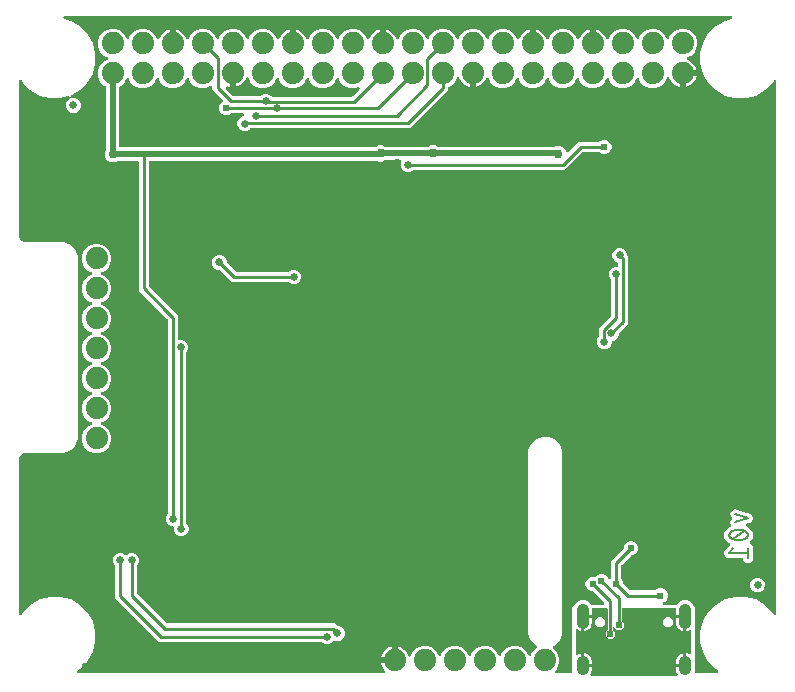
<source format=gbl>
G04 EAGLE Gerber RS-274X export*
G75*
%MOMM*%
%FSLAX34Y34*%
%LPD*%
%INBottom Copper*%
%IPPOS*%
%AMOC8*
5,1,8,0,0,1.08239X$1,22.5*%
G01*
%ADD10C,0.203200*%
%ADD11C,1.000000*%
%ADD12C,1.879600*%
%ADD13C,0.635000*%
%ADD14C,0.558800*%
%ADD15C,0.762000*%
%ADD16C,0.508000*%
%ADD17C,0.254000*%
%ADD18C,0.604000*%

G36*
X313371Y4336D02*
X313371Y4336D01*
X313510Y4349D01*
X313529Y4356D01*
X313549Y4359D01*
X313678Y4410D01*
X313809Y4457D01*
X313826Y4468D01*
X313844Y4476D01*
X313957Y4557D01*
X314072Y4635D01*
X314085Y4651D01*
X314102Y4662D01*
X314191Y4770D01*
X314282Y4874D01*
X314292Y4892D01*
X314305Y4907D01*
X314364Y5033D01*
X314427Y5157D01*
X314431Y5177D01*
X314440Y5195D01*
X314466Y5332D01*
X314497Y5467D01*
X314496Y5488D01*
X314500Y5507D01*
X314491Y5646D01*
X314487Y5785D01*
X314481Y5805D01*
X314480Y5825D01*
X314437Y5957D01*
X314399Y6091D01*
X314388Y6108D01*
X314382Y6127D01*
X314308Y6245D01*
X314237Y6365D01*
X314218Y6386D01*
X314212Y6396D01*
X314197Y6410D01*
X314131Y6485D01*
X313394Y7222D01*
X312289Y8743D01*
X311436Y10417D01*
X310855Y12204D01*
X310815Y12461D01*
X321230Y12461D01*
X321348Y12476D01*
X321467Y12483D01*
X321505Y12496D01*
X321545Y12501D01*
X321656Y12544D01*
X321769Y12581D01*
X321803Y12603D01*
X321841Y12618D01*
X321937Y12688D01*
X322038Y12751D01*
X322066Y12781D01*
X322098Y12804D01*
X322174Y12896D01*
X322256Y12983D01*
X322275Y13018D01*
X322301Y13049D01*
X322352Y13157D01*
X322409Y13261D01*
X322420Y13301D01*
X322437Y13337D01*
X322459Y13454D01*
X322489Y13569D01*
X322493Y13630D01*
X322497Y13650D01*
X322495Y13670D01*
X322499Y13730D01*
X322499Y15001D01*
X323770Y15001D01*
X323888Y15016D01*
X324007Y15023D01*
X324045Y15036D01*
X324085Y15041D01*
X324196Y15085D01*
X324309Y15121D01*
X324344Y15143D01*
X324381Y15158D01*
X324477Y15228D01*
X324578Y15291D01*
X324606Y15321D01*
X324639Y15345D01*
X324714Y15436D01*
X324796Y15523D01*
X324816Y15558D01*
X324841Y15590D01*
X324892Y15697D01*
X324950Y15802D01*
X324960Y15841D01*
X324977Y15877D01*
X324999Y15994D01*
X325029Y16109D01*
X325033Y16170D01*
X325037Y16190D01*
X325035Y16210D01*
X325039Y16270D01*
X325039Y26685D01*
X325296Y26645D01*
X327083Y26064D01*
X328757Y25211D01*
X330278Y24106D01*
X331606Y22778D01*
X332711Y21257D01*
X333564Y19583D01*
X333715Y19118D01*
X333728Y19091D01*
X333735Y19062D01*
X333758Y19018D01*
X333760Y19010D01*
X333770Y18995D01*
X333795Y18948D01*
X333850Y18830D01*
X333869Y18807D01*
X333883Y18781D01*
X333970Y18685D01*
X334053Y18585D01*
X334077Y18568D01*
X334097Y18546D01*
X334206Y18474D01*
X334310Y18398D01*
X334338Y18387D01*
X334363Y18371D01*
X334486Y18329D01*
X334606Y18281D01*
X334636Y18277D01*
X334664Y18268D01*
X334793Y18257D01*
X334921Y18241D01*
X334951Y18245D01*
X334981Y18242D01*
X335109Y18265D01*
X335237Y18281D01*
X335265Y18292D01*
X335294Y18297D01*
X335412Y18350D01*
X335533Y18398D01*
X335557Y18415D01*
X335584Y18427D01*
X335685Y18508D01*
X335790Y18584D01*
X335809Y18607D01*
X335833Y18626D01*
X335911Y18730D01*
X335993Y18829D01*
X336006Y18856D01*
X336024Y18880D01*
X336095Y19025D01*
X337348Y22050D01*
X340850Y25552D01*
X345424Y27447D01*
X350376Y27447D01*
X354950Y25552D01*
X358452Y22050D01*
X359427Y19695D01*
X359496Y19575D01*
X359561Y19452D01*
X359575Y19437D01*
X359585Y19419D01*
X359682Y19319D01*
X359775Y19216D01*
X359792Y19205D01*
X359806Y19191D01*
X359924Y19118D01*
X360041Y19042D01*
X360060Y19035D01*
X360077Y19024D01*
X360210Y18984D01*
X360342Y18938D01*
X360362Y18937D01*
X360381Y18931D01*
X360520Y18924D01*
X360659Y18913D01*
X360679Y18917D01*
X360699Y18916D01*
X360835Y18944D01*
X360972Y18968D01*
X360991Y18976D01*
X361010Y18980D01*
X361135Y19041D01*
X361262Y19098D01*
X361278Y19111D01*
X361296Y19120D01*
X361402Y19210D01*
X361510Y19297D01*
X361523Y19313D01*
X361538Y19326D01*
X361618Y19440D01*
X361702Y19551D01*
X361714Y19576D01*
X361721Y19586D01*
X361728Y19605D01*
X361773Y19695D01*
X362748Y22050D01*
X366250Y25552D01*
X370824Y27447D01*
X375776Y27447D01*
X380350Y25552D01*
X383852Y22050D01*
X384827Y19695D01*
X384896Y19575D01*
X384961Y19452D01*
X384975Y19437D01*
X384985Y19419D01*
X385082Y19319D01*
X385175Y19216D01*
X385192Y19205D01*
X385206Y19191D01*
X385324Y19118D01*
X385441Y19042D01*
X385460Y19035D01*
X385477Y19024D01*
X385610Y18984D01*
X385742Y18938D01*
X385762Y18937D01*
X385781Y18931D01*
X385920Y18924D01*
X386059Y18913D01*
X386079Y18917D01*
X386099Y18916D01*
X386235Y18944D01*
X386372Y18968D01*
X386391Y18976D01*
X386410Y18980D01*
X386535Y19041D01*
X386662Y19098D01*
X386678Y19111D01*
X386696Y19120D01*
X386802Y19210D01*
X386910Y19297D01*
X386923Y19313D01*
X386938Y19326D01*
X387018Y19440D01*
X387102Y19551D01*
X387114Y19576D01*
X387121Y19586D01*
X387128Y19605D01*
X387173Y19695D01*
X388148Y22050D01*
X391650Y25552D01*
X396224Y27447D01*
X401176Y27447D01*
X405750Y25552D01*
X409252Y22050D01*
X410227Y19695D01*
X410296Y19575D01*
X410361Y19452D01*
X410375Y19437D01*
X410385Y19419D01*
X410482Y19319D01*
X410575Y19216D01*
X410592Y19205D01*
X410606Y19191D01*
X410724Y19118D01*
X410841Y19042D01*
X410860Y19035D01*
X410877Y19024D01*
X411010Y18984D01*
X411142Y18938D01*
X411162Y18937D01*
X411181Y18931D01*
X411320Y18924D01*
X411459Y18913D01*
X411479Y18917D01*
X411499Y18916D01*
X411635Y18944D01*
X411772Y18968D01*
X411791Y18976D01*
X411810Y18980D01*
X411935Y19041D01*
X412062Y19098D01*
X412078Y19111D01*
X412096Y19120D01*
X412202Y19210D01*
X412310Y19297D01*
X412323Y19313D01*
X412338Y19326D01*
X412418Y19440D01*
X412502Y19551D01*
X412514Y19576D01*
X412521Y19586D01*
X412528Y19605D01*
X412573Y19695D01*
X413548Y22050D01*
X417050Y25552D01*
X421624Y27447D01*
X426576Y27447D01*
X431150Y25552D01*
X434652Y22050D01*
X435627Y19695D01*
X435696Y19575D01*
X435761Y19452D01*
X435775Y19437D01*
X435785Y19419D01*
X435882Y19319D01*
X435975Y19216D01*
X435992Y19205D01*
X436006Y19191D01*
X436124Y19118D01*
X436241Y19042D01*
X436260Y19035D01*
X436277Y19024D01*
X436410Y18984D01*
X436542Y18938D01*
X436562Y18937D01*
X436581Y18931D01*
X436720Y18924D01*
X436859Y18913D01*
X436879Y18917D01*
X436899Y18916D01*
X437035Y18944D01*
X437172Y18968D01*
X437191Y18976D01*
X437210Y18980D01*
X437335Y19041D01*
X437462Y19098D01*
X437478Y19111D01*
X437496Y19120D01*
X437602Y19210D01*
X437710Y19297D01*
X437723Y19313D01*
X437738Y19326D01*
X437818Y19440D01*
X437902Y19551D01*
X437914Y19576D01*
X437921Y19586D01*
X437928Y19605D01*
X437973Y19695D01*
X438948Y22050D01*
X442575Y25677D01*
X442606Y25717D01*
X442642Y25750D01*
X442703Y25842D01*
X442770Y25929D01*
X442790Y25974D01*
X442817Y26016D01*
X442853Y26120D01*
X442896Y26221D01*
X442904Y26270D01*
X442920Y26317D01*
X442929Y26426D01*
X442946Y26535D01*
X442942Y26584D01*
X442945Y26634D01*
X442927Y26742D01*
X442916Y26851D01*
X442900Y26898D01*
X442891Y26947D01*
X442846Y27047D01*
X442809Y27151D01*
X442781Y27192D01*
X442761Y27237D01*
X442692Y27323D01*
X442630Y27414D01*
X442593Y27447D01*
X442562Y27485D01*
X442474Y27551D01*
X442392Y27624D01*
X442348Y27647D01*
X442308Y27677D01*
X442163Y27748D01*
X441889Y27861D01*
X437861Y31889D01*
X435681Y37152D01*
X435681Y192848D01*
X437861Y198111D01*
X441889Y202139D01*
X447152Y204319D01*
X452848Y204319D01*
X458111Y202139D01*
X462139Y198111D01*
X464319Y192848D01*
X464319Y37152D01*
X462139Y31889D01*
X458111Y27861D01*
X457130Y27455D01*
X457086Y27430D01*
X457040Y27413D01*
X456949Y27352D01*
X456853Y27297D01*
X456818Y27263D01*
X456776Y27235D01*
X456704Y27152D01*
X456625Y27076D01*
X456599Y27034D01*
X456566Y26996D01*
X456516Y26898D01*
X456459Y26805D01*
X456444Y26757D01*
X456421Y26713D01*
X456397Y26606D01*
X456365Y26501D01*
X456363Y26451D01*
X456352Y26403D01*
X456355Y26293D01*
X456350Y26183D01*
X456360Y26135D01*
X456361Y26085D01*
X456392Y25979D01*
X456414Y25872D01*
X456436Y25827D01*
X456450Y25779D01*
X456505Y25685D01*
X456554Y25586D01*
X456586Y25548D01*
X456611Y25505D01*
X456718Y25385D01*
X460052Y22050D01*
X461947Y17476D01*
X461947Y12524D01*
X460052Y7950D01*
X458588Y6485D01*
X458503Y6376D01*
X458414Y6269D01*
X458405Y6250D01*
X458393Y6234D01*
X458337Y6106D01*
X458278Y5981D01*
X458275Y5961D01*
X458267Y5942D01*
X458245Y5804D01*
X458219Y5668D01*
X458220Y5648D01*
X458217Y5628D01*
X458230Y5489D01*
X458238Y5351D01*
X458245Y5332D01*
X458246Y5312D01*
X458294Y5180D01*
X458336Y5049D01*
X458347Y5031D01*
X458354Y5012D01*
X458432Y4897D01*
X458507Y4780D01*
X458521Y4766D01*
X458533Y4749D01*
X458637Y4657D01*
X458738Y4562D01*
X458756Y4552D01*
X458771Y4539D01*
X458895Y4475D01*
X459017Y4408D01*
X459036Y4403D01*
X459054Y4394D01*
X459190Y4364D01*
X459325Y4329D01*
X459353Y4327D01*
X459365Y4324D01*
X459385Y4325D01*
X459485Y4319D01*
X471397Y4319D01*
X471515Y4334D01*
X471634Y4341D01*
X471672Y4354D01*
X471713Y4359D01*
X471823Y4402D01*
X471936Y4439D01*
X471971Y4461D01*
X472008Y4476D01*
X472104Y4545D01*
X472205Y4609D01*
X472233Y4639D01*
X472266Y4662D01*
X472342Y4754D01*
X472423Y4841D01*
X472443Y4876D01*
X472468Y4907D01*
X472519Y5015D01*
X472577Y5119D01*
X472587Y5159D01*
X472604Y5195D01*
X472626Y5312D01*
X472656Y5427D01*
X472660Y5487D01*
X472664Y5507D01*
X472662Y5528D01*
X472666Y5588D01*
X472666Y59960D01*
X474495Y61788D01*
X474500Y61796D01*
X474508Y61801D01*
X474597Y61920D01*
X474690Y62040D01*
X474693Y62048D01*
X474699Y62056D01*
X474770Y62200D01*
X474977Y62699D01*
X477241Y64963D01*
X480199Y66189D01*
X483401Y66189D01*
X486359Y64963D01*
X488697Y62626D01*
X488697Y62625D01*
X488718Y62604D01*
X488734Y62579D01*
X488828Y62490D01*
X488918Y62397D01*
X488944Y62381D01*
X488965Y62361D01*
X489079Y62298D01*
X489189Y62230D01*
X489218Y62222D01*
X489244Y62207D01*
X489369Y62175D01*
X489493Y62137D01*
X489523Y62135D01*
X489552Y62128D01*
X489712Y62118D01*
X498710Y62118D01*
X498848Y62135D01*
X498987Y62148D01*
X499006Y62155D01*
X499026Y62158D01*
X499155Y62209D01*
X499286Y62256D01*
X499303Y62267D01*
X499322Y62275D01*
X499434Y62356D01*
X499549Y62434D01*
X499563Y62450D01*
X499579Y62461D01*
X499668Y62569D01*
X499760Y62673D01*
X499769Y62691D01*
X499782Y62706D01*
X499841Y62832D01*
X499904Y62956D01*
X499909Y62976D01*
X499917Y62994D01*
X499943Y63130D01*
X499974Y63266D01*
X499973Y63287D01*
X499977Y63306D01*
X499968Y63445D01*
X499964Y63584D01*
X499959Y63604D01*
X499957Y63624D01*
X499915Y63756D01*
X499876Y63890D01*
X499866Y63907D01*
X499859Y63926D01*
X499785Y64044D01*
X499714Y64164D01*
X499696Y64185D01*
X499689Y64195D01*
X499674Y64209D01*
X499608Y64284D01*
X490333Y73560D01*
X490255Y73620D01*
X490182Y73688D01*
X490129Y73717D01*
X490082Y73754D01*
X489991Y73794D01*
X489904Y73842D01*
X489845Y73857D01*
X489790Y73881D01*
X489692Y73896D01*
X489596Y73921D01*
X489496Y73927D01*
X489476Y73931D01*
X489463Y73929D01*
X489435Y73931D01*
X488793Y73931D01*
X486562Y74855D01*
X484855Y76562D01*
X483931Y78793D01*
X483931Y81207D01*
X484855Y83438D01*
X486562Y85145D01*
X488793Y86069D01*
X491207Y86069D01*
X491328Y86019D01*
X491357Y86011D01*
X491383Y85997D01*
X491509Y85969D01*
X491635Y85935D01*
X491664Y85934D01*
X491693Y85928D01*
X491823Y85932D01*
X491953Y85930D01*
X491981Y85937D01*
X492011Y85937D01*
X492136Y85974D01*
X492262Y86004D01*
X492288Y86018D01*
X492317Y86026D01*
X492428Y86092D01*
X492543Y86152D01*
X492565Y86172D01*
X492590Y86187D01*
X492711Y86294D01*
X494062Y87645D01*
X496293Y88569D01*
X498707Y88569D01*
X500938Y87645D01*
X502645Y85938D01*
X503239Y84502D01*
X503274Y84442D01*
X503300Y84377D01*
X503352Y84304D01*
X503397Y84226D01*
X503445Y84176D01*
X503486Y84119D01*
X503556Y84062D01*
X503618Y83998D01*
X503678Y83961D01*
X503731Y83917D01*
X503813Y83878D01*
X503889Y83831D01*
X503956Y83811D01*
X504019Y83781D01*
X504107Y83764D01*
X504193Y83738D01*
X504263Y83734D01*
X504332Y83721D01*
X504421Y83727D01*
X504511Y83723D01*
X504579Y83737D01*
X504649Y83741D01*
X504734Y83769D01*
X504822Y83787D01*
X504885Y83818D01*
X504951Y83839D01*
X505027Y83887D01*
X505108Y83927D01*
X505161Y83972D01*
X505220Y84009D01*
X505282Y84075D01*
X505350Y84133D01*
X505390Y84190D01*
X505438Y84241D01*
X505481Y84320D01*
X505533Y84393D01*
X505558Y84458D01*
X505592Y84519D01*
X505614Y84606D01*
X505646Y84690D01*
X505654Y84760D01*
X505671Y84827D01*
X505681Y84988D01*
X505681Y99289D01*
X516060Y109667D01*
X516120Y109745D01*
X516188Y109818D01*
X516217Y109871D01*
X516254Y109918D01*
X516294Y110009D01*
X516342Y110096D01*
X516357Y110155D01*
X516381Y110210D01*
X516396Y110308D01*
X516421Y110404D01*
X516427Y110504D01*
X516431Y110524D01*
X516429Y110537D01*
X516431Y110565D01*
X516431Y111207D01*
X517355Y113438D01*
X519062Y115145D01*
X521293Y116069D01*
X523707Y116069D01*
X525938Y115145D01*
X527645Y113438D01*
X528569Y111207D01*
X528569Y108793D01*
X527645Y106562D01*
X525938Y104855D01*
X523707Y103931D01*
X523065Y103931D01*
X522966Y103919D01*
X522867Y103916D01*
X522809Y103899D01*
X522749Y103891D01*
X522657Y103855D01*
X522562Y103827D01*
X522510Y103797D01*
X522453Y103774D01*
X522373Y103716D01*
X522288Y103666D01*
X522213Y103600D01*
X522196Y103588D01*
X522188Y103578D01*
X522167Y103560D01*
X514690Y96083D01*
X514630Y96005D01*
X514562Y95932D01*
X514533Y95879D01*
X514496Y95832D01*
X514456Y95741D01*
X514408Y95654D01*
X514393Y95595D01*
X514369Y95540D01*
X514354Y95442D01*
X514329Y95346D01*
X514323Y95246D01*
X514319Y95226D01*
X514321Y95213D01*
X514319Y95185D01*
X514319Y84790D01*
X514331Y84691D01*
X514334Y84592D01*
X514351Y84534D01*
X514359Y84474D01*
X514395Y84382D01*
X514423Y84287D01*
X514453Y84235D01*
X514476Y84178D01*
X514534Y84098D01*
X514584Y84013D01*
X514650Y83937D01*
X514662Y83921D01*
X514672Y83913D01*
X514690Y83892D01*
X515145Y83438D01*
X516069Y81207D01*
X516069Y80565D01*
X516081Y80466D01*
X516084Y80367D01*
X516101Y80309D01*
X516109Y80249D01*
X516145Y80157D01*
X516173Y80062D01*
X516203Y80010D01*
X516226Y79953D01*
X516284Y79873D01*
X516334Y79788D01*
X516400Y79713D01*
X516412Y79696D01*
X516422Y79688D01*
X516440Y79667D01*
X521417Y74690D01*
X521495Y74630D01*
X521568Y74562D01*
X521621Y74533D01*
X521668Y74496D01*
X521759Y74456D01*
X521846Y74408D01*
X521905Y74393D01*
X521960Y74369D01*
X522058Y74354D01*
X522154Y74329D01*
X522254Y74323D01*
X522274Y74319D01*
X522287Y74321D01*
X522315Y74319D01*
X542710Y74319D01*
X542809Y74331D01*
X542908Y74334D01*
X542966Y74351D01*
X543026Y74359D01*
X543118Y74395D01*
X543213Y74423D01*
X543265Y74453D01*
X543322Y74476D01*
X543402Y74534D01*
X543487Y74584D01*
X543563Y74650D01*
X543579Y74662D01*
X543587Y74672D01*
X543608Y74690D01*
X544062Y75145D01*
X546293Y76069D01*
X548707Y76069D01*
X550938Y75145D01*
X552645Y73438D01*
X553569Y71207D01*
X553569Y68793D01*
X552645Y66562D01*
X550938Y64855D01*
X550224Y64560D01*
X550163Y64525D01*
X550099Y64499D01*
X550026Y64447D01*
X549948Y64402D01*
X549898Y64354D01*
X549841Y64313D01*
X549784Y64243D01*
X549719Y64181D01*
X549683Y64121D01*
X549638Y64068D01*
X549600Y63986D01*
X549553Y63910D01*
X549533Y63843D01*
X549503Y63780D01*
X549486Y63692D01*
X549460Y63606D01*
X549456Y63536D01*
X549443Y63467D01*
X549449Y63378D01*
X549444Y63288D01*
X549459Y63220D01*
X549463Y63150D01*
X549491Y63065D01*
X549509Y62977D01*
X549539Y62914D01*
X549561Y62848D01*
X549609Y62772D01*
X549648Y62691D01*
X549694Y62638D01*
X549731Y62579D01*
X549797Y62517D01*
X549855Y62449D01*
X549912Y62409D01*
X549963Y62361D01*
X550041Y62317D01*
X550115Y62266D01*
X550180Y62241D01*
X550241Y62207D01*
X550328Y62185D01*
X550412Y62153D01*
X550482Y62145D01*
X550549Y62128D01*
X550710Y62118D01*
X560288Y62118D01*
X560317Y62121D01*
X560347Y62119D01*
X560474Y62141D01*
X560603Y62158D01*
X560631Y62168D01*
X560660Y62174D01*
X560778Y62227D01*
X560899Y62275D01*
X560923Y62292D01*
X560950Y62304D01*
X561051Y62385D01*
X561156Y62461D01*
X561175Y62484D01*
X561198Y62503D01*
X561253Y62576D01*
X563641Y64963D01*
X566599Y66189D01*
X569801Y66189D01*
X572759Y64963D01*
X575023Y62699D01*
X575961Y60435D01*
X575966Y60427D01*
X575968Y60418D01*
X576045Y60289D01*
X576119Y60159D01*
X576125Y60152D01*
X576130Y60144D01*
X576236Y60023D01*
X576300Y59960D01*
X576300Y5588D01*
X576315Y5470D01*
X576322Y5351D01*
X576335Y5313D01*
X576340Y5272D01*
X576383Y5162D01*
X576420Y5049D01*
X576442Y5014D01*
X576457Y4977D01*
X576526Y4881D01*
X576590Y4780D01*
X576620Y4752D01*
X576643Y4719D01*
X576735Y4643D01*
X576822Y4562D01*
X576857Y4542D01*
X576888Y4517D01*
X576996Y4466D01*
X577100Y4408D01*
X577140Y4398D01*
X577176Y4381D01*
X577293Y4359D01*
X577408Y4329D01*
X577468Y4325D01*
X577488Y4321D01*
X577509Y4323D01*
X577569Y4319D01*
X595307Y4319D01*
X595451Y4337D01*
X595597Y4352D01*
X595609Y4357D01*
X595623Y4359D01*
X595758Y4412D01*
X595895Y4463D01*
X595906Y4471D01*
X595918Y4476D01*
X596036Y4561D01*
X596156Y4644D01*
X596165Y4655D01*
X596176Y4662D01*
X596268Y4774D01*
X596364Y4885D01*
X596370Y4897D01*
X596379Y4907D01*
X596440Y5039D01*
X596506Y5170D01*
X596508Y5183D01*
X596514Y5195D01*
X596541Y5338D01*
X596572Y5481D01*
X596571Y5494D01*
X596574Y5507D01*
X596565Y5652D01*
X596559Y5798D01*
X596555Y5812D01*
X596554Y5825D01*
X596509Y5963D01*
X596467Y6103D01*
X596460Y6115D01*
X596456Y6127D01*
X596378Y6250D01*
X596303Y6375D01*
X596293Y6385D01*
X596286Y6396D01*
X596180Y6496D01*
X596076Y6598D01*
X596060Y6608D01*
X596054Y6614D01*
X596039Y6622D01*
X595942Y6687D01*
X594094Y7754D01*
X587754Y14094D01*
X583272Y21858D01*
X580951Y30517D01*
X580951Y39483D01*
X583272Y48142D01*
X587754Y55906D01*
X594094Y62246D01*
X601858Y66728D01*
X610517Y69049D01*
X619483Y69049D01*
X628142Y66728D01*
X635906Y62246D01*
X642246Y55906D01*
X643313Y54058D01*
X643401Y53942D01*
X643486Y53824D01*
X643497Y53816D01*
X643505Y53805D01*
X643619Y53715D01*
X643731Y53621D01*
X643744Y53616D01*
X643754Y53607D01*
X643888Y53548D01*
X644019Y53486D01*
X644032Y53483D01*
X644045Y53478D01*
X644189Y53453D01*
X644332Y53426D01*
X644345Y53427D01*
X644358Y53425D01*
X644504Y53437D01*
X644649Y53446D01*
X644662Y53450D01*
X644675Y53451D01*
X644813Y53499D01*
X644951Y53544D01*
X644963Y53551D01*
X644976Y53556D01*
X645097Y53636D01*
X645220Y53714D01*
X645229Y53724D01*
X645241Y53731D01*
X645338Y53839D01*
X645438Y53946D01*
X645445Y53958D01*
X645454Y53968D01*
X645521Y54097D01*
X645592Y54224D01*
X645595Y54237D01*
X645601Y54249D01*
X645635Y54391D01*
X645671Y54532D01*
X645672Y54550D01*
X645674Y54559D01*
X645674Y54576D01*
X645681Y54693D01*
X645681Y505307D01*
X645663Y505451D01*
X645648Y505597D01*
X645643Y505609D01*
X645641Y505623D01*
X645588Y505758D01*
X645537Y505895D01*
X645529Y505906D01*
X645524Y505918D01*
X645439Y506036D01*
X645356Y506156D01*
X645345Y506165D01*
X645338Y506176D01*
X645226Y506268D01*
X645115Y506364D01*
X645103Y506370D01*
X645093Y506379D01*
X644961Y506440D01*
X644830Y506506D01*
X644817Y506508D01*
X644805Y506514D01*
X644662Y506541D01*
X644519Y506572D01*
X644506Y506571D01*
X644493Y506574D01*
X644348Y506565D01*
X644202Y506559D01*
X644188Y506555D01*
X644175Y506554D01*
X644037Y506509D01*
X643897Y506467D01*
X643885Y506460D01*
X643873Y506456D01*
X643750Y506378D01*
X643625Y506303D01*
X643615Y506293D01*
X643604Y506286D01*
X643504Y506180D01*
X643402Y506076D01*
X643392Y506060D01*
X643386Y506054D01*
X643378Y506039D01*
X643313Y505942D01*
X642246Y504094D01*
X635906Y497754D01*
X628142Y493272D01*
X619483Y490951D01*
X610517Y490951D01*
X601858Y493272D01*
X594094Y497754D01*
X587754Y504094D01*
X583272Y511858D01*
X580951Y520517D01*
X580951Y529483D01*
X583272Y538142D01*
X587754Y545906D01*
X594094Y552246D01*
X601858Y556728D01*
X607298Y558186D01*
X607439Y558244D01*
X607580Y558300D01*
X607586Y558304D01*
X607592Y558306D01*
X607715Y558397D01*
X607838Y558486D01*
X607842Y558492D01*
X607848Y558496D01*
X607943Y558614D01*
X608041Y558731D01*
X608044Y558738D01*
X608048Y558743D01*
X608111Y558881D01*
X608176Y559019D01*
X608177Y559026D01*
X608180Y559032D01*
X608207Y559182D01*
X608236Y559332D01*
X608236Y559338D01*
X608237Y559345D01*
X608226Y559498D01*
X608216Y559649D01*
X608214Y559655D01*
X608214Y559662D01*
X608165Y559807D01*
X608118Y559951D01*
X608115Y559957D01*
X608112Y559964D01*
X608030Y560091D01*
X607948Y560220D01*
X607943Y560225D01*
X607939Y560230D01*
X607827Y560334D01*
X607716Y560438D01*
X607711Y560441D01*
X607706Y560446D01*
X607570Y560519D01*
X607438Y560592D01*
X607431Y560593D01*
X607425Y560596D01*
X607277Y560633D01*
X607130Y560671D01*
X607121Y560672D01*
X607117Y560673D01*
X607106Y560673D01*
X606969Y560681D01*
X43031Y560681D01*
X42880Y560662D01*
X42728Y560645D01*
X42722Y560642D01*
X42715Y560641D01*
X42574Y560586D01*
X42431Y560531D01*
X42426Y560527D01*
X42420Y560524D01*
X42296Y560435D01*
X42172Y560347D01*
X42168Y560342D01*
X42162Y560338D01*
X42065Y560220D01*
X41967Y560104D01*
X41964Y560098D01*
X41959Y560093D01*
X41895Y559955D01*
X41828Y559818D01*
X41827Y559811D01*
X41824Y559805D01*
X41795Y559656D01*
X41765Y559506D01*
X41765Y559499D01*
X41764Y559493D01*
X41773Y559341D01*
X41781Y559188D01*
X41783Y559182D01*
X41784Y559175D01*
X41830Y559031D01*
X41876Y558885D01*
X41880Y558879D01*
X41882Y558873D01*
X41963Y558744D01*
X42043Y558614D01*
X42048Y558610D01*
X42052Y558604D01*
X42163Y558499D01*
X42273Y558394D01*
X42279Y558391D01*
X42284Y558386D01*
X42417Y558313D01*
X42550Y558237D01*
X42558Y558235D01*
X42562Y558232D01*
X42572Y558230D01*
X42702Y558186D01*
X48142Y556728D01*
X55906Y552246D01*
X62246Y545906D01*
X66728Y538142D01*
X69049Y529483D01*
X69049Y520517D01*
X66728Y511858D01*
X62246Y504094D01*
X55906Y497754D01*
X48836Y493672D01*
X48720Y493584D01*
X48602Y493499D01*
X48593Y493488D01*
X48583Y493480D01*
X48492Y493366D01*
X48399Y493254D01*
X48394Y493241D01*
X48385Y493231D01*
X48326Y493097D01*
X48264Y492966D01*
X48261Y492953D01*
X48256Y492940D01*
X48231Y492796D01*
X48204Y492653D01*
X48205Y492640D01*
X48203Y492627D01*
X48215Y492481D01*
X48224Y492336D01*
X48228Y492323D01*
X48229Y492310D01*
X48277Y492172D01*
X48322Y492034D01*
X48329Y492022D01*
X48333Y492009D01*
X48414Y491888D01*
X48492Y491765D01*
X48502Y491756D01*
X48509Y491744D01*
X48617Y491647D01*
X48724Y491547D01*
X48735Y491540D01*
X48745Y491531D01*
X48874Y491464D01*
X49002Y491393D01*
X49015Y491390D01*
X49027Y491384D01*
X49169Y491350D01*
X49310Y491314D01*
X49328Y491313D01*
X49337Y491311D01*
X49354Y491311D01*
X49471Y491304D01*
X51718Y491304D01*
X54005Y490356D01*
X55756Y488605D01*
X56704Y486318D01*
X56704Y483842D01*
X55756Y481555D01*
X54005Y479804D01*
X51718Y478856D01*
X49242Y478856D01*
X46955Y479804D01*
X45204Y481555D01*
X44256Y483842D01*
X44256Y486318D01*
X45204Y488605D01*
X46989Y490391D01*
X47024Y490417D01*
X47096Y490458D01*
X47151Y490511D01*
X47213Y490557D01*
X47265Y490622D01*
X47325Y490679D01*
X47365Y490745D01*
X47413Y490804D01*
X47448Y490880D01*
X47491Y490950D01*
X47514Y491024D01*
X47546Y491093D01*
X47560Y491175D01*
X47585Y491254D01*
X47589Y491331D01*
X47602Y491406D01*
X47596Y491489D01*
X47600Y491572D01*
X47585Y491647D01*
X47579Y491723D01*
X47553Y491802D01*
X47536Y491883D01*
X47502Y491952D01*
X47478Y492025D01*
X47433Y492095D01*
X47396Y492169D01*
X47346Y492227D01*
X47305Y492292D01*
X47244Y492348D01*
X47190Y492411D01*
X47127Y492455D01*
X47071Y492507D01*
X46998Y492547D01*
X46930Y492594D01*
X46858Y492621D01*
X46791Y492658D01*
X46710Y492678D01*
X46632Y492707D01*
X46556Y492716D01*
X46482Y492734D01*
X46399Y492733D01*
X46316Y492742D01*
X46240Y492732D01*
X46164Y492731D01*
X46006Y492699D01*
X39483Y490951D01*
X30517Y490951D01*
X21858Y493272D01*
X14094Y497754D01*
X7754Y504094D01*
X6687Y505942D01*
X6599Y506058D01*
X6514Y506176D01*
X6503Y506184D01*
X6495Y506195D01*
X6381Y506285D01*
X6269Y506379D01*
X6256Y506384D01*
X6246Y506393D01*
X6112Y506452D01*
X5981Y506514D01*
X5968Y506517D01*
X5955Y506522D01*
X5811Y506547D01*
X5668Y506574D01*
X5655Y506573D01*
X5642Y506575D01*
X5496Y506563D01*
X5351Y506554D01*
X5338Y506550D01*
X5325Y506549D01*
X5187Y506501D01*
X5049Y506456D01*
X5037Y506449D01*
X5024Y506444D01*
X4903Y506364D01*
X4780Y506286D01*
X4771Y506276D01*
X4759Y506269D01*
X4662Y506161D01*
X4562Y506054D01*
X4555Y506042D01*
X4546Y506032D01*
X4479Y505903D01*
X4408Y505776D01*
X4405Y505763D01*
X4399Y505751D01*
X4365Y505609D01*
X4329Y505468D01*
X4328Y505450D01*
X4326Y505441D01*
X4326Y505424D01*
X4319Y505307D01*
X4319Y375000D01*
X4321Y374980D01*
X4325Y374876D01*
X4410Y374015D01*
X4433Y373911D01*
X4448Y373806D01*
X4475Y373726D01*
X4480Y373705D01*
X4487Y373691D01*
X4500Y373654D01*
X5159Y372063D01*
X5164Y372055D01*
X5166Y372046D01*
X5242Y371917D01*
X5316Y371787D01*
X5323Y371780D01*
X5328Y371772D01*
X5434Y371651D01*
X6651Y370434D01*
X6659Y370428D01*
X6664Y370421D01*
X6784Y370331D01*
X6903Y370239D01*
X6911Y370235D01*
X6919Y370230D01*
X7063Y370159D01*
X8654Y369500D01*
X8756Y369472D01*
X8856Y369436D01*
X8939Y369422D01*
X8960Y369416D01*
X8976Y369416D01*
X9015Y369410D01*
X9875Y369325D01*
X9895Y369325D01*
X10000Y369319D01*
X42848Y369319D01*
X48111Y367139D01*
X52139Y363111D01*
X54319Y357848D01*
X54319Y202152D01*
X52139Y196889D01*
X48111Y192861D01*
X42848Y190681D01*
X10000Y190681D01*
X9980Y190679D01*
X9876Y190675D01*
X9015Y190590D01*
X8911Y190567D01*
X8806Y190552D01*
X8726Y190525D01*
X8705Y190520D01*
X8691Y190513D01*
X8654Y190500D01*
X7063Y189841D01*
X7055Y189836D01*
X7046Y189834D01*
X6917Y189758D01*
X6787Y189684D01*
X6780Y189677D01*
X6772Y189672D01*
X6651Y189566D01*
X5434Y188349D01*
X5428Y188341D01*
X5421Y188336D01*
X5332Y188217D01*
X5239Y188097D01*
X5235Y188089D01*
X5230Y188081D01*
X5159Y187937D01*
X4500Y186346D01*
X4472Y186244D01*
X4436Y186144D01*
X4422Y186061D01*
X4416Y186040D01*
X4416Y186024D01*
X4410Y185985D01*
X4325Y185124D01*
X4325Y185105D01*
X4319Y185000D01*
X4319Y54693D01*
X4337Y54549D01*
X4352Y54403D01*
X4357Y54391D01*
X4359Y54377D01*
X4412Y54242D01*
X4463Y54105D01*
X4471Y54094D01*
X4476Y54082D01*
X4561Y53964D01*
X4644Y53844D01*
X4654Y53835D01*
X4662Y53824D01*
X4775Y53731D01*
X4885Y53636D01*
X4897Y53630D01*
X4907Y53621D01*
X5039Y53559D01*
X5170Y53494D01*
X5183Y53492D01*
X5195Y53486D01*
X5338Y53459D01*
X5481Y53428D01*
X5494Y53429D01*
X5507Y53426D01*
X5652Y53435D01*
X5798Y53441D01*
X5812Y53445D01*
X5825Y53446D01*
X5963Y53491D01*
X6103Y53533D01*
X6115Y53540D01*
X6127Y53544D01*
X6251Y53622D01*
X6375Y53697D01*
X6385Y53707D01*
X6396Y53714D01*
X6496Y53820D01*
X6598Y53924D01*
X6608Y53939D01*
X6614Y53946D01*
X6622Y53961D01*
X6687Y54058D01*
X7754Y55906D01*
X14094Y62246D01*
X21858Y66728D01*
X30517Y69049D01*
X39483Y69049D01*
X48142Y66728D01*
X55906Y62246D01*
X62246Y55906D01*
X66728Y48142D01*
X69049Y39483D01*
X69049Y30517D01*
X66728Y21858D01*
X62246Y14094D01*
X55906Y7754D01*
X54058Y6687D01*
X53942Y6599D01*
X53824Y6514D01*
X53816Y6503D01*
X53805Y6495D01*
X53714Y6381D01*
X53621Y6269D01*
X53616Y6256D01*
X53607Y6246D01*
X53548Y6112D01*
X53486Y5981D01*
X53483Y5968D01*
X53478Y5955D01*
X53453Y5810D01*
X53426Y5668D01*
X53427Y5655D01*
X53425Y5642D01*
X53437Y5496D01*
X53446Y5351D01*
X53450Y5338D01*
X53451Y5325D01*
X53499Y5187D01*
X53544Y5049D01*
X53551Y5037D01*
X53556Y5024D01*
X53636Y4903D01*
X53714Y4780D01*
X53724Y4771D01*
X53731Y4759D01*
X53839Y4662D01*
X53946Y4562D01*
X53957Y4555D01*
X53968Y4546D01*
X54097Y4479D01*
X54224Y4408D01*
X54237Y4405D01*
X54249Y4399D01*
X54392Y4365D01*
X54532Y4329D01*
X54550Y4328D01*
X54559Y4326D01*
X54576Y4326D01*
X54693Y4319D01*
X313233Y4319D01*
X313371Y4336D01*
G37*
%LPC*%
G36*
X140540Y120240D02*
X140540Y120240D01*
X138253Y121188D01*
X136502Y122939D01*
X135554Y125226D01*
X135554Y127239D01*
X135539Y127357D01*
X135532Y127476D01*
X135519Y127514D01*
X135514Y127555D01*
X135471Y127665D01*
X135434Y127778D01*
X135412Y127813D01*
X135397Y127850D01*
X135328Y127946D01*
X135264Y128047D01*
X135234Y128075D01*
X135211Y128108D01*
X135119Y128184D01*
X135032Y128265D01*
X134997Y128285D01*
X134966Y128310D01*
X134858Y128361D01*
X134754Y128419D01*
X134714Y128429D01*
X134678Y128446D01*
X134561Y128468D01*
X134446Y128498D01*
X134386Y128502D01*
X134366Y128506D01*
X134345Y128504D01*
X134285Y128508D01*
X133494Y128508D01*
X131207Y129456D01*
X129456Y131207D01*
X128508Y133494D01*
X128508Y135970D01*
X129456Y138257D01*
X130042Y138843D01*
X130102Y138921D01*
X130170Y138994D01*
X130199Y139047D01*
X130236Y139094D01*
X130276Y139185D01*
X130324Y139272D01*
X130339Y139331D01*
X130363Y139386D01*
X130378Y139484D01*
X130403Y139580D01*
X130409Y139680D01*
X130413Y139700D01*
X130411Y139713D01*
X130413Y139741D01*
X130413Y302953D01*
X130401Y303052D01*
X130398Y303151D01*
X130381Y303209D01*
X130373Y303269D01*
X130337Y303361D01*
X130309Y303456D01*
X130279Y303508D01*
X130256Y303565D01*
X130198Y303645D01*
X130148Y303730D01*
X130082Y303805D01*
X130070Y303822D01*
X130060Y303830D01*
X130042Y303851D01*
X128583Y305310D01*
X105681Y328211D01*
X105681Y436886D01*
X105666Y437004D01*
X105659Y437123D01*
X105646Y437161D01*
X105641Y437202D01*
X105598Y437312D01*
X105561Y437425D01*
X105539Y437460D01*
X105524Y437497D01*
X105455Y437593D01*
X105391Y437694D01*
X105361Y437722D01*
X105338Y437755D01*
X105246Y437831D01*
X105159Y437912D01*
X105124Y437932D01*
X105093Y437957D01*
X104985Y438008D01*
X104881Y438066D01*
X104841Y438076D01*
X104805Y438093D01*
X104688Y438115D01*
X104573Y438145D01*
X104513Y438149D01*
X104493Y438153D01*
X104472Y438151D01*
X104412Y438155D01*
X88611Y438155D01*
X88512Y438143D01*
X88413Y438140D01*
X88355Y438123D01*
X88295Y438115D01*
X88203Y438079D01*
X88107Y438051D01*
X88055Y438021D01*
X87999Y437998D01*
X87965Y437973D01*
X85338Y436885D01*
X82610Y436885D01*
X80089Y437929D01*
X78159Y439859D01*
X77115Y442380D01*
X77115Y445108D01*
X78035Y447328D01*
X78037Y447337D01*
X78042Y447345D01*
X78079Y447490D01*
X78119Y447635D01*
X78119Y447644D01*
X78121Y447653D01*
X78131Y447814D01*
X78131Y500155D01*
X78128Y500184D01*
X78130Y500213D01*
X78108Y500341D01*
X78091Y500470D01*
X78081Y500498D01*
X78076Y500527D01*
X78022Y500645D01*
X77974Y500766D01*
X77957Y500790D01*
X77945Y500817D01*
X77864Y500918D01*
X77788Y501023D01*
X77765Y501042D01*
X77746Y501065D01*
X77643Y501143D01*
X77543Y501226D01*
X77516Y501239D01*
X77492Y501256D01*
X77348Y501327D01*
X76669Y501608D01*
X73168Y505110D01*
X71273Y509684D01*
X71273Y514636D01*
X73168Y519210D01*
X76670Y522712D01*
X79025Y523687D01*
X79145Y523756D01*
X79268Y523821D01*
X79283Y523835D01*
X79301Y523845D01*
X79401Y523942D01*
X79504Y524035D01*
X79515Y524052D01*
X79529Y524066D01*
X79602Y524184D01*
X79678Y524301D01*
X79685Y524320D01*
X79696Y524337D01*
X79736Y524470D01*
X79782Y524602D01*
X79783Y524622D01*
X79789Y524641D01*
X79796Y524780D01*
X79807Y524919D01*
X79803Y524939D01*
X79804Y524959D01*
X79776Y525095D01*
X79752Y525232D01*
X79744Y525251D01*
X79740Y525270D01*
X79679Y525395D01*
X79622Y525522D01*
X79609Y525538D01*
X79600Y525556D01*
X79510Y525662D01*
X79423Y525770D01*
X79407Y525783D01*
X79394Y525798D01*
X79280Y525878D01*
X79169Y525962D01*
X79144Y525974D01*
X79134Y525981D01*
X79115Y525988D01*
X79025Y526033D01*
X76670Y527008D01*
X73168Y530510D01*
X71273Y535084D01*
X71273Y540036D01*
X73168Y544610D01*
X76670Y548112D01*
X81244Y550007D01*
X86196Y550007D01*
X90770Y548112D01*
X94272Y544610D01*
X95247Y542255D01*
X95316Y542135D01*
X95381Y542012D01*
X95395Y541997D01*
X95405Y541979D01*
X95502Y541879D01*
X95595Y541776D01*
X95612Y541765D01*
X95626Y541751D01*
X95745Y541678D01*
X95861Y541602D01*
X95880Y541595D01*
X95897Y541584D01*
X96030Y541544D01*
X96162Y541498D01*
X96182Y541497D01*
X96201Y541491D01*
X96340Y541484D01*
X96479Y541473D01*
X96499Y541477D01*
X96519Y541476D01*
X96655Y541504D01*
X96792Y541528D01*
X96811Y541536D01*
X96830Y541540D01*
X96956Y541601D01*
X97082Y541658D01*
X97098Y541671D01*
X97116Y541680D01*
X97222Y541770D01*
X97330Y541857D01*
X97343Y541873D01*
X97358Y541886D01*
X97438Y542000D01*
X97522Y542111D01*
X97534Y542136D01*
X97541Y542146D01*
X97548Y542165D01*
X97593Y542255D01*
X98568Y544610D01*
X102070Y548112D01*
X106644Y550007D01*
X111596Y550007D01*
X116170Y548112D01*
X119672Y544610D01*
X120925Y541585D01*
X120940Y541559D01*
X120949Y541530D01*
X121019Y541421D01*
X121083Y541308D01*
X121104Y541287D01*
X121120Y541262D01*
X121214Y541173D01*
X121304Y541080D01*
X121330Y541064D01*
X121351Y541044D01*
X121465Y540981D01*
X121575Y540914D01*
X121604Y540905D01*
X121630Y540891D01*
X121755Y540858D01*
X121879Y540820D01*
X121909Y540819D01*
X121938Y540811D01*
X122068Y540811D01*
X122197Y540805D01*
X122226Y540811D01*
X122256Y540811D01*
X122381Y540843D01*
X122508Y540869D01*
X122535Y540882D01*
X122564Y540890D01*
X122677Y540952D01*
X122794Y541009D01*
X122817Y541028D01*
X122843Y541043D01*
X122937Y541131D01*
X123036Y541215D01*
X123053Y541240D01*
X123075Y541260D01*
X123144Y541369D01*
X123219Y541475D01*
X123230Y541503D01*
X123246Y541529D01*
X123305Y541678D01*
X123456Y542143D01*
X124309Y543817D01*
X125414Y545338D01*
X126742Y546666D01*
X128263Y547771D01*
X129937Y548624D01*
X131724Y549205D01*
X131981Y549245D01*
X131981Y538830D01*
X131996Y538712D01*
X132003Y538593D01*
X132016Y538555D01*
X132021Y538515D01*
X132064Y538404D01*
X132101Y538291D01*
X132123Y538257D01*
X132138Y538219D01*
X132208Y538123D01*
X132271Y538022D01*
X132301Y537994D01*
X132324Y537962D01*
X132416Y537886D01*
X132503Y537804D01*
X132538Y537785D01*
X132569Y537759D01*
X132677Y537708D01*
X132781Y537651D01*
X132821Y537640D01*
X132857Y537623D01*
X132974Y537601D01*
X133089Y537571D01*
X133150Y537567D01*
X133170Y537563D01*
X133190Y537565D01*
X133250Y537561D01*
X135790Y537561D01*
X135908Y537576D01*
X136027Y537583D01*
X136065Y537596D01*
X136105Y537601D01*
X136216Y537645D01*
X136329Y537681D01*
X136364Y537703D01*
X136401Y537718D01*
X136497Y537788D01*
X136598Y537851D01*
X136626Y537881D01*
X136659Y537905D01*
X136734Y537996D01*
X136816Y538083D01*
X136836Y538118D01*
X136861Y538150D01*
X136912Y538257D01*
X136970Y538362D01*
X136980Y538401D01*
X136997Y538437D01*
X137019Y538554D01*
X137049Y538669D01*
X137053Y538730D01*
X137057Y538750D01*
X137055Y538770D01*
X137059Y538830D01*
X137059Y549245D01*
X137316Y549205D01*
X139103Y548624D01*
X140777Y547771D01*
X142298Y546666D01*
X143626Y545338D01*
X144731Y543817D01*
X145584Y542143D01*
X145735Y541678D01*
X145748Y541651D01*
X145755Y541622D01*
X145815Y541508D01*
X145870Y541390D01*
X145889Y541367D01*
X145903Y541341D01*
X145990Y541245D01*
X146073Y541145D01*
X146097Y541128D01*
X146117Y541106D01*
X146226Y541034D01*
X146330Y540958D01*
X146358Y540947D01*
X146383Y540931D01*
X146506Y540889D01*
X146626Y540841D01*
X146656Y540837D01*
X146684Y540828D01*
X146813Y540817D01*
X146941Y540801D01*
X146971Y540805D01*
X147001Y540802D01*
X147129Y540825D01*
X147257Y540841D01*
X147285Y540852D01*
X147314Y540857D01*
X147432Y540910D01*
X147553Y540958D01*
X147577Y540975D01*
X147604Y540987D01*
X147705Y541068D01*
X147810Y541144D01*
X147829Y541167D01*
X147853Y541186D01*
X147931Y541290D01*
X148013Y541389D01*
X148026Y541416D01*
X148044Y541440D01*
X148115Y541585D01*
X149368Y544610D01*
X152870Y548112D01*
X157444Y550007D01*
X162396Y550007D01*
X166970Y548112D01*
X170472Y544610D01*
X171447Y542255D01*
X171516Y542135D01*
X171581Y542012D01*
X171595Y541997D01*
X171605Y541979D01*
X171702Y541879D01*
X171795Y541776D01*
X171812Y541765D01*
X171826Y541751D01*
X171945Y541678D01*
X172061Y541602D01*
X172080Y541595D01*
X172097Y541584D01*
X172230Y541543D01*
X172362Y541498D01*
X172382Y541497D01*
X172401Y541491D01*
X172540Y541484D01*
X172679Y541473D01*
X172699Y541477D01*
X172719Y541476D01*
X172855Y541504D01*
X172992Y541528D01*
X173011Y541536D01*
X173030Y541540D01*
X173156Y541601D01*
X173282Y541658D01*
X173298Y541671D01*
X173316Y541680D01*
X173422Y541770D01*
X173530Y541857D01*
X173543Y541873D01*
X173558Y541886D01*
X173638Y542000D01*
X173722Y542111D01*
X173734Y542136D01*
X173741Y542146D01*
X173748Y542165D01*
X173793Y542255D01*
X174768Y544611D01*
X178270Y548112D01*
X182844Y550007D01*
X187796Y550007D01*
X192370Y548112D01*
X195872Y544610D01*
X196847Y542255D01*
X196916Y542135D01*
X196981Y542012D01*
X196995Y541997D01*
X197005Y541979D01*
X197102Y541879D01*
X197195Y541776D01*
X197212Y541765D01*
X197226Y541751D01*
X197345Y541678D01*
X197461Y541602D01*
X197480Y541595D01*
X197497Y541584D01*
X197630Y541543D01*
X197762Y541498D01*
X197782Y541497D01*
X197801Y541491D01*
X197940Y541484D01*
X198079Y541473D01*
X198099Y541477D01*
X198119Y541476D01*
X198255Y541504D01*
X198392Y541528D01*
X198411Y541536D01*
X198430Y541540D01*
X198556Y541601D01*
X198682Y541658D01*
X198698Y541671D01*
X198716Y541680D01*
X198822Y541770D01*
X198930Y541857D01*
X198943Y541873D01*
X198958Y541886D01*
X199038Y542000D01*
X199122Y542111D01*
X199134Y542136D01*
X199141Y542146D01*
X199148Y542165D01*
X199193Y542255D01*
X200168Y544611D01*
X203670Y548112D01*
X208244Y550007D01*
X213196Y550007D01*
X217770Y548112D01*
X221272Y544610D01*
X222525Y541585D01*
X222540Y541559D01*
X222549Y541530D01*
X222619Y541421D01*
X222683Y541308D01*
X222704Y541287D01*
X222720Y541262D01*
X222814Y541173D01*
X222904Y541080D01*
X222930Y541064D01*
X222951Y541044D01*
X223065Y540981D01*
X223175Y540914D01*
X223204Y540905D01*
X223230Y540891D01*
X223355Y540858D01*
X223479Y540820D01*
X223509Y540819D01*
X223538Y540811D01*
X223668Y540811D01*
X223797Y540805D01*
X223826Y540811D01*
X223856Y540811D01*
X223981Y540843D01*
X224108Y540869D01*
X224135Y540882D01*
X224164Y540890D01*
X224277Y540952D01*
X224394Y541009D01*
X224417Y541028D01*
X224443Y541043D01*
X224537Y541131D01*
X224636Y541215D01*
X224653Y541240D01*
X224675Y541260D01*
X224744Y541369D01*
X224819Y541475D01*
X224830Y541503D01*
X224846Y541529D01*
X224905Y541678D01*
X225056Y542143D01*
X225909Y543817D01*
X227014Y545338D01*
X228342Y546666D01*
X229863Y547771D01*
X231537Y548624D01*
X233324Y549205D01*
X233581Y549245D01*
X233581Y538830D01*
X233596Y538712D01*
X233603Y538593D01*
X233616Y538555D01*
X233621Y538515D01*
X233664Y538404D01*
X233701Y538291D01*
X233723Y538257D01*
X233738Y538219D01*
X233808Y538123D01*
X233871Y538022D01*
X233901Y537994D01*
X233924Y537962D01*
X234016Y537886D01*
X234103Y537804D01*
X234138Y537785D01*
X234169Y537759D01*
X234277Y537708D01*
X234381Y537651D01*
X234421Y537640D01*
X234457Y537623D01*
X234574Y537601D01*
X234689Y537571D01*
X234750Y537567D01*
X234770Y537563D01*
X234790Y537565D01*
X234850Y537561D01*
X237390Y537561D01*
X237508Y537576D01*
X237627Y537583D01*
X237665Y537596D01*
X237705Y537601D01*
X237816Y537645D01*
X237929Y537681D01*
X237964Y537703D01*
X238001Y537718D01*
X238097Y537788D01*
X238198Y537851D01*
X238226Y537881D01*
X238259Y537905D01*
X238334Y537996D01*
X238416Y538083D01*
X238436Y538118D01*
X238461Y538150D01*
X238512Y538257D01*
X238570Y538362D01*
X238580Y538401D01*
X238597Y538437D01*
X238619Y538554D01*
X238649Y538669D01*
X238653Y538730D01*
X238657Y538750D01*
X238655Y538770D01*
X238659Y538830D01*
X238659Y549245D01*
X238916Y549205D01*
X240703Y548624D01*
X242377Y547771D01*
X243898Y546666D01*
X245226Y545338D01*
X246331Y543817D01*
X247184Y542143D01*
X247335Y541678D01*
X247348Y541651D01*
X247355Y541622D01*
X247415Y541508D01*
X247470Y541390D01*
X247489Y541367D01*
X247503Y541341D01*
X247590Y541245D01*
X247673Y541145D01*
X247697Y541128D01*
X247717Y541106D01*
X247826Y541034D01*
X247930Y540958D01*
X247958Y540947D01*
X247983Y540931D01*
X248106Y540889D01*
X248226Y540841D01*
X248256Y540837D01*
X248284Y540828D01*
X248413Y540817D01*
X248541Y540801D01*
X248571Y540805D01*
X248601Y540802D01*
X248729Y540825D01*
X248857Y540841D01*
X248885Y540852D01*
X248914Y540857D01*
X249032Y540910D01*
X249153Y540958D01*
X249177Y540975D01*
X249204Y540987D01*
X249305Y541068D01*
X249410Y541144D01*
X249429Y541167D01*
X249453Y541186D01*
X249531Y541290D01*
X249613Y541389D01*
X249626Y541416D01*
X249644Y541440D01*
X249715Y541585D01*
X250968Y544610D01*
X254470Y548112D01*
X259044Y550007D01*
X263996Y550007D01*
X268570Y548112D01*
X272072Y544610D01*
X273047Y542255D01*
X273116Y542135D01*
X273181Y542012D01*
X273195Y541997D01*
X273205Y541979D01*
X273302Y541879D01*
X273395Y541776D01*
X273412Y541765D01*
X273426Y541751D01*
X273545Y541678D01*
X273661Y541602D01*
X273680Y541595D01*
X273697Y541584D01*
X273830Y541543D01*
X273962Y541498D01*
X273982Y541497D01*
X274001Y541491D01*
X274140Y541484D01*
X274279Y541473D01*
X274299Y541477D01*
X274319Y541476D01*
X274455Y541504D01*
X274592Y541528D01*
X274611Y541536D01*
X274630Y541540D01*
X274756Y541601D01*
X274882Y541658D01*
X274898Y541671D01*
X274916Y541680D01*
X275022Y541770D01*
X275130Y541857D01*
X275143Y541873D01*
X275158Y541886D01*
X275238Y542000D01*
X275322Y542111D01*
X275334Y542136D01*
X275341Y542146D01*
X275348Y542165D01*
X275393Y542255D01*
X276368Y544611D01*
X279870Y548112D01*
X284444Y550007D01*
X289396Y550007D01*
X293970Y548112D01*
X297472Y544610D01*
X298725Y541585D01*
X298740Y541559D01*
X298749Y541530D01*
X298819Y541421D01*
X298883Y541308D01*
X298904Y541287D01*
X298919Y541262D01*
X299014Y541173D01*
X299104Y541080D01*
X299129Y541064D01*
X299151Y541044D01*
X299265Y540981D01*
X299375Y540914D01*
X299404Y540905D01*
X299430Y540891D01*
X299555Y540858D01*
X299679Y540820D01*
X299709Y540819D01*
X299738Y540811D01*
X299867Y540811D01*
X299997Y540805D01*
X300026Y540811D01*
X300056Y540811D01*
X300181Y540843D01*
X300308Y540869D01*
X300335Y540882D01*
X300364Y540890D01*
X300477Y540952D01*
X300594Y541009D01*
X300617Y541028D01*
X300643Y541043D01*
X300737Y541131D01*
X300836Y541215D01*
X300853Y541240D01*
X300875Y541260D01*
X300944Y541369D01*
X301019Y541475D01*
X301030Y541503D01*
X301046Y541528D01*
X301105Y541678D01*
X301256Y542143D01*
X302109Y543817D01*
X303214Y545338D01*
X304542Y546666D01*
X306063Y547771D01*
X307737Y548624D01*
X309524Y549205D01*
X309781Y549245D01*
X309781Y538830D01*
X309796Y538712D01*
X309803Y538593D01*
X309816Y538555D01*
X309821Y538515D01*
X309864Y538404D01*
X309901Y538291D01*
X309923Y538257D01*
X309938Y538219D01*
X310008Y538123D01*
X310071Y538022D01*
X310101Y537994D01*
X310124Y537962D01*
X310216Y537886D01*
X310303Y537804D01*
X310338Y537785D01*
X310369Y537759D01*
X310477Y537708D01*
X310581Y537651D01*
X310621Y537640D01*
X310657Y537623D01*
X310774Y537601D01*
X310889Y537571D01*
X310950Y537567D01*
X310970Y537563D01*
X310990Y537565D01*
X311050Y537561D01*
X313590Y537561D01*
X313708Y537576D01*
X313827Y537583D01*
X313865Y537596D01*
X313905Y537601D01*
X314016Y537645D01*
X314129Y537681D01*
X314164Y537703D01*
X314201Y537718D01*
X314297Y537788D01*
X314398Y537851D01*
X314426Y537881D01*
X314459Y537905D01*
X314534Y537996D01*
X314616Y538083D01*
X314636Y538118D01*
X314661Y538150D01*
X314712Y538257D01*
X314770Y538362D01*
X314780Y538401D01*
X314797Y538437D01*
X314819Y538554D01*
X314849Y538669D01*
X314853Y538730D01*
X314857Y538750D01*
X314855Y538770D01*
X314859Y538830D01*
X314859Y549245D01*
X315116Y549205D01*
X316903Y548624D01*
X318577Y547771D01*
X320098Y546666D01*
X321426Y545338D01*
X322531Y543817D01*
X323384Y542143D01*
X323535Y541678D01*
X323548Y541651D01*
X323555Y541622D01*
X323615Y541507D01*
X323670Y541390D01*
X323689Y541367D01*
X323703Y541341D01*
X323791Y541245D01*
X323873Y541145D01*
X323897Y541128D01*
X323917Y541106D01*
X324026Y541034D01*
X324130Y540958D01*
X324158Y540947D01*
X324183Y540931D01*
X324306Y540889D01*
X324426Y540841D01*
X324456Y540837D01*
X324484Y540828D01*
X324613Y540817D01*
X324741Y540801D01*
X324771Y540805D01*
X324801Y540802D01*
X324929Y540825D01*
X325057Y540841D01*
X325085Y540852D01*
X325114Y540857D01*
X325232Y540910D01*
X325353Y540958D01*
X325377Y540975D01*
X325404Y540987D01*
X325505Y541068D01*
X325610Y541144D01*
X325629Y541167D01*
X325653Y541186D01*
X325730Y541289D01*
X325813Y541389D01*
X325826Y541416D01*
X325844Y541440D01*
X325915Y541585D01*
X327168Y544610D01*
X330670Y548112D01*
X335244Y550007D01*
X340196Y550007D01*
X344770Y548112D01*
X348272Y544610D01*
X349247Y542255D01*
X349316Y542135D01*
X349381Y542012D01*
X349395Y541997D01*
X349405Y541979D01*
X349502Y541879D01*
X349595Y541776D01*
X349612Y541765D01*
X349626Y541751D01*
X349745Y541678D01*
X349861Y541602D01*
X349880Y541595D01*
X349897Y541584D01*
X350030Y541544D01*
X350162Y541498D01*
X350182Y541497D01*
X350201Y541491D01*
X350340Y541484D01*
X350479Y541473D01*
X350499Y541477D01*
X350519Y541476D01*
X350655Y541504D01*
X350792Y541528D01*
X350811Y541536D01*
X350830Y541540D01*
X350956Y541601D01*
X351082Y541658D01*
X351098Y541671D01*
X351116Y541680D01*
X351222Y541770D01*
X351330Y541857D01*
X351343Y541873D01*
X351358Y541886D01*
X351438Y542000D01*
X351522Y542111D01*
X351534Y542136D01*
X351541Y542146D01*
X351548Y542165D01*
X351593Y542255D01*
X352568Y544610D01*
X356070Y548112D01*
X360644Y550007D01*
X365596Y550007D01*
X370170Y548112D01*
X373672Y544610D01*
X374647Y542255D01*
X374716Y542135D01*
X374781Y542012D01*
X374795Y541997D01*
X374805Y541979D01*
X374902Y541879D01*
X374995Y541776D01*
X375012Y541765D01*
X375026Y541751D01*
X375145Y541678D01*
X375261Y541602D01*
X375280Y541595D01*
X375297Y541584D01*
X375430Y541544D01*
X375562Y541498D01*
X375582Y541497D01*
X375601Y541491D01*
X375740Y541484D01*
X375879Y541473D01*
X375899Y541477D01*
X375919Y541476D01*
X376055Y541504D01*
X376192Y541528D01*
X376211Y541536D01*
X376230Y541540D01*
X376356Y541601D01*
X376482Y541658D01*
X376498Y541671D01*
X376516Y541680D01*
X376622Y541770D01*
X376730Y541857D01*
X376743Y541873D01*
X376758Y541886D01*
X376838Y542000D01*
X376922Y542111D01*
X376934Y542136D01*
X376941Y542146D01*
X376948Y542165D01*
X376993Y542255D01*
X377968Y544610D01*
X381470Y548112D01*
X386044Y550007D01*
X390996Y550007D01*
X395570Y548112D01*
X399072Y544610D01*
X400047Y542255D01*
X400116Y542135D01*
X400181Y542012D01*
X400195Y541997D01*
X400205Y541979D01*
X400302Y541879D01*
X400395Y541776D01*
X400412Y541765D01*
X400426Y541751D01*
X400545Y541678D01*
X400661Y541602D01*
X400680Y541595D01*
X400697Y541584D01*
X400830Y541544D01*
X400962Y541498D01*
X400982Y541497D01*
X401001Y541491D01*
X401140Y541484D01*
X401279Y541473D01*
X401299Y541477D01*
X401319Y541476D01*
X401455Y541504D01*
X401592Y541528D01*
X401611Y541536D01*
X401630Y541540D01*
X401756Y541601D01*
X401882Y541658D01*
X401898Y541671D01*
X401916Y541680D01*
X402022Y541770D01*
X402130Y541857D01*
X402143Y541873D01*
X402158Y541886D01*
X402238Y542000D01*
X402322Y542111D01*
X402334Y542136D01*
X402341Y542146D01*
X402348Y542165D01*
X402393Y542255D01*
X403368Y544610D01*
X406870Y548112D01*
X411444Y550007D01*
X416396Y550007D01*
X420970Y548112D01*
X424472Y544610D01*
X425725Y541585D01*
X425740Y541559D01*
X425749Y541530D01*
X425819Y541421D01*
X425883Y541308D01*
X425904Y541287D01*
X425920Y541262D01*
X426014Y541173D01*
X426104Y541080D01*
X426130Y541064D01*
X426151Y541044D01*
X426265Y540981D01*
X426375Y540914D01*
X426404Y540905D01*
X426430Y540891D01*
X426555Y540858D01*
X426679Y540820D01*
X426709Y540819D01*
X426738Y540811D01*
X426868Y540811D01*
X426997Y540805D01*
X427026Y540811D01*
X427056Y540811D01*
X427181Y540843D01*
X427308Y540869D01*
X427335Y540882D01*
X427364Y540890D01*
X427477Y540952D01*
X427594Y541009D01*
X427617Y541028D01*
X427643Y541043D01*
X427737Y541131D01*
X427836Y541215D01*
X427853Y541240D01*
X427875Y541260D01*
X427944Y541369D01*
X428019Y541475D01*
X428030Y541503D01*
X428046Y541529D01*
X428105Y541678D01*
X428256Y542143D01*
X429109Y543817D01*
X430214Y545338D01*
X431542Y546666D01*
X433063Y547771D01*
X434737Y548624D01*
X436524Y549205D01*
X436781Y549245D01*
X436781Y538830D01*
X436796Y538712D01*
X436803Y538593D01*
X436816Y538555D01*
X436821Y538515D01*
X436864Y538404D01*
X436901Y538291D01*
X436923Y538257D01*
X436938Y538219D01*
X437008Y538123D01*
X437071Y538022D01*
X437101Y537994D01*
X437124Y537962D01*
X437216Y537886D01*
X437303Y537804D01*
X437338Y537785D01*
X437369Y537759D01*
X437477Y537708D01*
X437581Y537651D01*
X437621Y537640D01*
X437657Y537623D01*
X437774Y537601D01*
X437889Y537571D01*
X437950Y537567D01*
X437970Y537563D01*
X437990Y537565D01*
X438050Y537561D01*
X440590Y537561D01*
X440708Y537576D01*
X440827Y537583D01*
X440865Y537596D01*
X440905Y537601D01*
X441016Y537645D01*
X441129Y537681D01*
X441164Y537703D01*
X441201Y537718D01*
X441297Y537788D01*
X441398Y537851D01*
X441426Y537881D01*
X441459Y537905D01*
X441534Y537996D01*
X441616Y538083D01*
X441636Y538118D01*
X441661Y538150D01*
X441712Y538257D01*
X441770Y538362D01*
X441780Y538401D01*
X441797Y538437D01*
X441819Y538554D01*
X441849Y538669D01*
X441853Y538730D01*
X441857Y538750D01*
X441855Y538770D01*
X441859Y538830D01*
X441859Y549245D01*
X442116Y549205D01*
X443903Y548624D01*
X445577Y547771D01*
X447098Y546666D01*
X448426Y545338D01*
X449531Y543817D01*
X450384Y542143D01*
X450535Y541678D01*
X450548Y541651D01*
X450555Y541622D01*
X450615Y541508D01*
X450670Y541390D01*
X450689Y541367D01*
X450703Y541341D01*
X450790Y541245D01*
X450873Y541145D01*
X450897Y541128D01*
X450917Y541106D01*
X451026Y541034D01*
X451130Y540958D01*
X451158Y540947D01*
X451183Y540931D01*
X451306Y540889D01*
X451426Y540841D01*
X451456Y540837D01*
X451484Y540828D01*
X451613Y540817D01*
X451741Y540801D01*
X451771Y540805D01*
X451801Y540802D01*
X451929Y540825D01*
X452057Y540841D01*
X452085Y540852D01*
X452114Y540857D01*
X452232Y540910D01*
X452353Y540958D01*
X452377Y540975D01*
X452404Y540987D01*
X452505Y541068D01*
X452610Y541144D01*
X452629Y541167D01*
X452653Y541186D01*
X452731Y541290D01*
X452813Y541389D01*
X452826Y541416D01*
X452844Y541440D01*
X452915Y541585D01*
X454168Y544610D01*
X457670Y548112D01*
X462244Y550007D01*
X467196Y550007D01*
X471770Y548112D01*
X475272Y544610D01*
X476525Y541585D01*
X476540Y541559D01*
X476549Y541530D01*
X476618Y541421D01*
X476683Y541308D01*
X476704Y541287D01*
X476720Y541262D01*
X476814Y541173D01*
X476904Y541080D01*
X476930Y541064D01*
X476951Y541044D01*
X477065Y540981D01*
X477175Y540914D01*
X477204Y540905D01*
X477230Y540891D01*
X477356Y540858D01*
X477479Y540820D01*
X477509Y540819D01*
X477538Y540811D01*
X477668Y540811D01*
X477797Y540805D01*
X477826Y540811D01*
X477856Y540811D01*
X477982Y540843D01*
X478108Y540869D01*
X478135Y540882D01*
X478164Y540890D01*
X478278Y540952D01*
X478394Y541009D01*
X478417Y541028D01*
X478443Y541043D01*
X478538Y541131D01*
X478636Y541215D01*
X478653Y541240D01*
X478675Y541260D01*
X478744Y541369D01*
X478819Y541475D01*
X478830Y541503D01*
X478846Y541529D01*
X478905Y541678D01*
X479056Y542143D01*
X479909Y543817D01*
X481014Y545338D01*
X482342Y546666D01*
X483863Y547771D01*
X485537Y548624D01*
X487324Y549205D01*
X487581Y549245D01*
X487581Y538830D01*
X487596Y538712D01*
X487603Y538593D01*
X487616Y538555D01*
X487621Y538515D01*
X487664Y538404D01*
X487701Y538291D01*
X487723Y538257D01*
X487738Y538219D01*
X487808Y538123D01*
X487871Y538022D01*
X487901Y537994D01*
X487924Y537962D01*
X488016Y537886D01*
X488103Y537804D01*
X488138Y537785D01*
X488169Y537759D01*
X488277Y537708D01*
X488381Y537651D01*
X488421Y537640D01*
X488457Y537623D01*
X488574Y537601D01*
X488689Y537571D01*
X488750Y537567D01*
X488770Y537563D01*
X488790Y537565D01*
X488850Y537561D01*
X491390Y537561D01*
X491508Y537576D01*
X491627Y537583D01*
X491665Y537596D01*
X491705Y537601D01*
X491816Y537645D01*
X491929Y537681D01*
X491964Y537703D01*
X492001Y537718D01*
X492097Y537788D01*
X492198Y537851D01*
X492226Y537881D01*
X492259Y537905D01*
X492334Y537996D01*
X492416Y538083D01*
X492436Y538118D01*
X492461Y538150D01*
X492512Y538257D01*
X492570Y538362D01*
X492580Y538401D01*
X492597Y538437D01*
X492619Y538554D01*
X492649Y538669D01*
X492653Y538730D01*
X492657Y538750D01*
X492655Y538770D01*
X492659Y538830D01*
X492659Y549245D01*
X492916Y549205D01*
X494703Y548624D01*
X496377Y547771D01*
X497898Y546666D01*
X499226Y545338D01*
X500331Y543817D01*
X501184Y542143D01*
X501335Y541678D01*
X501348Y541651D01*
X501355Y541622D01*
X501415Y541507D01*
X501470Y541390D01*
X501489Y541367D01*
X501503Y541341D01*
X501591Y541245D01*
X501673Y541145D01*
X501697Y541128D01*
X501717Y541106D01*
X501826Y541035D01*
X501930Y540958D01*
X501958Y540947D01*
X501983Y540931D01*
X502105Y540889D01*
X502226Y540841D01*
X502256Y540837D01*
X502284Y540828D01*
X502413Y540817D01*
X502542Y540801D01*
X502571Y540805D01*
X502601Y540802D01*
X502729Y540825D01*
X502857Y540841D01*
X502885Y540852D01*
X502914Y540857D01*
X503032Y540910D01*
X503153Y540958D01*
X503177Y540975D01*
X503204Y540987D01*
X503305Y541068D01*
X503410Y541144D01*
X503429Y541167D01*
X503453Y541186D01*
X503530Y541289D01*
X503613Y541389D01*
X503626Y541416D01*
X503644Y541440D01*
X503715Y541585D01*
X504968Y544610D01*
X508470Y548112D01*
X513044Y550007D01*
X517996Y550007D01*
X522570Y548112D01*
X526072Y544611D01*
X527047Y542255D01*
X527116Y542134D01*
X527181Y542012D01*
X527195Y541997D01*
X527205Y541979D01*
X527302Y541879D01*
X527395Y541776D01*
X527412Y541765D01*
X527426Y541751D01*
X527544Y541678D01*
X527661Y541602D01*
X527680Y541595D01*
X527697Y541584D01*
X527830Y541544D01*
X527962Y541498D01*
X527982Y541497D01*
X528001Y541491D01*
X528140Y541484D01*
X528279Y541473D01*
X528299Y541477D01*
X528319Y541476D01*
X528455Y541504D01*
X528592Y541528D01*
X528611Y541536D01*
X528630Y541540D01*
X528755Y541601D01*
X528882Y541658D01*
X528898Y541671D01*
X528916Y541680D01*
X529022Y541770D01*
X529130Y541857D01*
X529143Y541873D01*
X529158Y541886D01*
X529238Y542000D01*
X529322Y542111D01*
X529334Y542136D01*
X529341Y542146D01*
X529348Y542165D01*
X529393Y542255D01*
X530368Y544610D01*
X533870Y548112D01*
X538444Y550007D01*
X543396Y550007D01*
X547970Y548112D01*
X551472Y544611D01*
X552447Y542255D01*
X552516Y542134D01*
X552581Y542012D01*
X552595Y541997D01*
X552605Y541979D01*
X552702Y541879D01*
X552795Y541776D01*
X552812Y541765D01*
X552826Y541751D01*
X552944Y541678D01*
X553061Y541602D01*
X553080Y541595D01*
X553097Y541584D01*
X553230Y541544D01*
X553362Y541498D01*
X553382Y541497D01*
X553401Y541491D01*
X553540Y541484D01*
X553679Y541473D01*
X553699Y541477D01*
X553719Y541476D01*
X553855Y541504D01*
X553992Y541528D01*
X554011Y541536D01*
X554030Y541540D01*
X554155Y541601D01*
X554282Y541658D01*
X554298Y541671D01*
X554316Y541680D01*
X554422Y541770D01*
X554530Y541857D01*
X554543Y541873D01*
X554558Y541886D01*
X554638Y542000D01*
X554722Y542111D01*
X554734Y542136D01*
X554741Y542146D01*
X554748Y542165D01*
X554793Y542255D01*
X555768Y544610D01*
X559270Y548112D01*
X563844Y550007D01*
X568796Y550007D01*
X573370Y548112D01*
X576872Y544610D01*
X578767Y540036D01*
X578767Y535084D01*
X576872Y530510D01*
X573370Y527008D01*
X570345Y525755D01*
X570319Y525740D01*
X570290Y525731D01*
X570181Y525661D01*
X570068Y525597D01*
X570047Y525576D01*
X570022Y525560D01*
X569933Y525466D01*
X569840Y525376D01*
X569824Y525350D01*
X569804Y525329D01*
X569741Y525215D01*
X569674Y525105D01*
X569665Y525076D01*
X569651Y525050D01*
X569618Y524925D01*
X569580Y524801D01*
X569579Y524771D01*
X569571Y524742D01*
X569571Y524612D01*
X569565Y524483D01*
X569571Y524454D01*
X569571Y524424D01*
X569603Y524299D01*
X569629Y524172D01*
X569642Y524145D01*
X569650Y524116D01*
X569712Y524003D01*
X569769Y523886D01*
X569788Y523863D01*
X569803Y523837D01*
X569891Y523743D01*
X569975Y523644D01*
X570000Y523627D01*
X570020Y523605D01*
X570129Y523536D01*
X570235Y523461D01*
X570263Y523450D01*
X570289Y523434D01*
X570438Y523375D01*
X570903Y523224D01*
X572577Y522371D01*
X574098Y521266D01*
X575426Y519938D01*
X576531Y518417D01*
X577384Y516743D01*
X577965Y514956D01*
X578005Y514699D01*
X567590Y514699D01*
X567472Y514684D01*
X567353Y514677D01*
X567315Y514664D01*
X567275Y514659D01*
X567164Y514616D01*
X567051Y514579D01*
X567017Y514557D01*
X566979Y514542D01*
X566883Y514472D01*
X566782Y514409D01*
X566754Y514379D01*
X566722Y514355D01*
X566646Y514264D01*
X566564Y514177D01*
X566545Y514142D01*
X566519Y514111D01*
X566468Y514003D01*
X566411Y513899D01*
X566400Y513859D01*
X566383Y513823D01*
X566361Y513706D01*
X566331Y513591D01*
X566327Y513530D01*
X566323Y513510D01*
X566325Y513490D01*
X566321Y513430D01*
X566321Y512159D01*
X565050Y512159D01*
X564932Y512144D01*
X564813Y512137D01*
X564775Y512124D01*
X564734Y512119D01*
X564624Y512075D01*
X564511Y512039D01*
X564476Y512017D01*
X564439Y512002D01*
X564343Y511932D01*
X564242Y511869D01*
X564214Y511839D01*
X564181Y511815D01*
X564106Y511724D01*
X564024Y511637D01*
X564004Y511602D01*
X563979Y511570D01*
X563928Y511463D01*
X563870Y511358D01*
X563860Y511319D01*
X563843Y511283D01*
X563821Y511166D01*
X563791Y511051D01*
X563787Y510990D01*
X563783Y510970D01*
X563785Y510950D01*
X563781Y510890D01*
X563781Y500475D01*
X563524Y500515D01*
X561737Y501096D01*
X560063Y501949D01*
X558542Y503054D01*
X557214Y504382D01*
X556109Y505903D01*
X555256Y507577D01*
X555105Y508042D01*
X555092Y508069D01*
X555085Y508098D01*
X555025Y508212D01*
X554970Y508330D01*
X554951Y508353D01*
X554937Y508379D01*
X554850Y508475D01*
X554767Y508575D01*
X554743Y508592D01*
X554723Y508614D01*
X554614Y508686D01*
X554510Y508762D01*
X554482Y508773D01*
X554457Y508789D01*
X554334Y508831D01*
X554214Y508879D01*
X554184Y508883D01*
X554156Y508892D01*
X554027Y508903D01*
X553899Y508919D01*
X553869Y508915D01*
X553839Y508918D01*
X553711Y508895D01*
X553583Y508879D01*
X553555Y508868D01*
X553526Y508863D01*
X553408Y508810D01*
X553287Y508762D01*
X553263Y508745D01*
X553236Y508733D01*
X553135Y508652D01*
X553030Y508576D01*
X553011Y508553D01*
X552987Y508534D01*
X552909Y508430D01*
X552827Y508331D01*
X552814Y508304D01*
X552796Y508280D01*
X552725Y508135D01*
X551472Y505110D01*
X547970Y501608D01*
X543396Y499713D01*
X538444Y499713D01*
X533870Y501608D01*
X530368Y505110D01*
X529393Y507465D01*
X529386Y507477D01*
X529384Y507481D01*
X529373Y507498D01*
X529324Y507585D01*
X529259Y507708D01*
X529245Y507723D01*
X529235Y507741D01*
X529138Y507841D01*
X529045Y507944D01*
X529028Y507955D01*
X529014Y507969D01*
X528896Y508042D01*
X528779Y508118D01*
X528760Y508125D01*
X528743Y508136D01*
X528610Y508176D01*
X528478Y508222D01*
X528458Y508223D01*
X528439Y508229D01*
X528300Y508236D01*
X528161Y508247D01*
X528141Y508243D01*
X528121Y508244D01*
X527985Y508216D01*
X527848Y508192D01*
X527829Y508184D01*
X527810Y508180D01*
X527685Y508119D01*
X527558Y508062D01*
X527542Y508049D01*
X527524Y508040D01*
X527418Y507950D01*
X527310Y507863D01*
X527297Y507847D01*
X527282Y507834D01*
X527202Y507720D01*
X527118Y507609D01*
X527106Y507584D01*
X527099Y507574D01*
X527092Y507555D01*
X527047Y507465D01*
X526072Y505110D01*
X522570Y501608D01*
X517996Y499713D01*
X513044Y499713D01*
X508470Y501608D01*
X504968Y505110D01*
X503993Y507465D01*
X503986Y507477D01*
X503984Y507481D01*
X503973Y507498D01*
X503924Y507585D01*
X503859Y507708D01*
X503845Y507723D01*
X503835Y507741D01*
X503738Y507841D01*
X503645Y507944D01*
X503628Y507955D01*
X503614Y507969D01*
X503495Y508042D01*
X503379Y508118D01*
X503360Y508125D01*
X503343Y508136D01*
X503210Y508176D01*
X503078Y508222D01*
X503058Y508223D01*
X503039Y508229D01*
X502900Y508236D01*
X502761Y508247D01*
X502741Y508243D01*
X502721Y508244D01*
X502585Y508216D01*
X502448Y508192D01*
X502429Y508184D01*
X502410Y508180D01*
X502284Y508119D01*
X502158Y508062D01*
X502142Y508049D01*
X502124Y508040D01*
X502018Y507950D01*
X501910Y507863D01*
X501897Y507847D01*
X501882Y507834D01*
X501802Y507720D01*
X501718Y507609D01*
X501706Y507584D01*
X501699Y507574D01*
X501692Y507555D01*
X501647Y507465D01*
X500672Y505110D01*
X497170Y501608D01*
X492596Y499713D01*
X487644Y499713D01*
X483070Y501608D01*
X479568Y505110D01*
X478593Y507465D01*
X478586Y507477D01*
X478584Y507481D01*
X478573Y507498D01*
X478524Y507585D01*
X478459Y507708D01*
X478445Y507723D01*
X478435Y507741D01*
X478338Y507841D01*
X478245Y507944D01*
X478228Y507955D01*
X478214Y507969D01*
X478095Y508042D01*
X477979Y508118D01*
X477960Y508125D01*
X477943Y508136D01*
X477810Y508176D01*
X477678Y508222D01*
X477658Y508223D01*
X477639Y508229D01*
X477500Y508236D01*
X477361Y508247D01*
X477341Y508243D01*
X477321Y508244D01*
X477185Y508216D01*
X477048Y508192D01*
X477029Y508184D01*
X477010Y508180D01*
X476884Y508119D01*
X476758Y508062D01*
X476742Y508049D01*
X476724Y508040D01*
X476618Y507950D01*
X476510Y507863D01*
X476497Y507847D01*
X476482Y507834D01*
X476402Y507720D01*
X476318Y507609D01*
X476306Y507584D01*
X476299Y507574D01*
X476292Y507555D01*
X476247Y507465D01*
X475272Y505110D01*
X471770Y501608D01*
X467196Y499713D01*
X462244Y499713D01*
X457670Y501608D01*
X454168Y505110D01*
X453193Y507465D01*
X453186Y507477D01*
X453184Y507481D01*
X453173Y507498D01*
X453124Y507585D01*
X453059Y507708D01*
X453045Y507723D01*
X453035Y507741D01*
X452938Y507841D01*
X452845Y507944D01*
X452828Y507955D01*
X452814Y507969D01*
X452695Y508042D01*
X452579Y508118D01*
X452560Y508125D01*
X452543Y508136D01*
X452410Y508176D01*
X452278Y508222D01*
X452258Y508223D01*
X452239Y508229D01*
X452100Y508236D01*
X451961Y508247D01*
X451941Y508243D01*
X451921Y508244D01*
X451785Y508216D01*
X451648Y508192D01*
X451629Y508184D01*
X451610Y508180D01*
X451484Y508119D01*
X451358Y508062D01*
X451342Y508049D01*
X451324Y508040D01*
X451218Y507950D01*
X451110Y507863D01*
X451097Y507847D01*
X451082Y507834D01*
X451002Y507720D01*
X450918Y507609D01*
X450906Y507584D01*
X450899Y507574D01*
X450892Y507555D01*
X450847Y507465D01*
X449872Y505110D01*
X446370Y501608D01*
X441796Y499713D01*
X436844Y499713D01*
X432270Y501608D01*
X428768Y505110D01*
X427793Y507465D01*
X427786Y507477D01*
X427784Y507481D01*
X427773Y507498D01*
X427724Y507585D01*
X427659Y507708D01*
X427645Y507723D01*
X427635Y507741D01*
X427538Y507841D01*
X427445Y507944D01*
X427428Y507955D01*
X427414Y507969D01*
X427295Y508042D01*
X427179Y508118D01*
X427160Y508125D01*
X427143Y508136D01*
X427010Y508176D01*
X426878Y508222D01*
X426858Y508223D01*
X426839Y508229D01*
X426700Y508236D01*
X426561Y508247D01*
X426541Y508243D01*
X426521Y508244D01*
X426385Y508216D01*
X426248Y508192D01*
X426229Y508184D01*
X426210Y508180D01*
X426084Y508119D01*
X425958Y508062D01*
X425942Y508049D01*
X425924Y508040D01*
X425818Y507950D01*
X425710Y507863D01*
X425697Y507847D01*
X425682Y507834D01*
X425602Y507720D01*
X425518Y507609D01*
X425506Y507584D01*
X425499Y507574D01*
X425492Y507555D01*
X425447Y507465D01*
X424472Y505110D01*
X420970Y501608D01*
X416396Y499713D01*
X411444Y499713D01*
X406870Y501608D01*
X403368Y505110D01*
X402115Y508135D01*
X402100Y508161D01*
X402091Y508190D01*
X402021Y508299D01*
X401957Y508412D01*
X401936Y508433D01*
X401921Y508458D01*
X401826Y508547D01*
X401736Y508640D01*
X401711Y508656D01*
X401689Y508676D01*
X401575Y508739D01*
X401465Y508806D01*
X401436Y508815D01*
X401410Y508829D01*
X401285Y508862D01*
X401161Y508900D01*
X401131Y508901D01*
X401102Y508909D01*
X400973Y508909D01*
X400843Y508915D01*
X400814Y508909D01*
X400784Y508909D01*
X400659Y508877D01*
X400532Y508851D01*
X400505Y508838D01*
X400476Y508830D01*
X400363Y508768D01*
X400246Y508711D01*
X400223Y508692D01*
X400197Y508677D01*
X400103Y508589D01*
X400004Y508505D01*
X399987Y508480D01*
X399965Y508460D01*
X399896Y508351D01*
X399821Y508245D01*
X399810Y508217D01*
X399794Y508192D01*
X399735Y508042D01*
X399584Y507577D01*
X398731Y505903D01*
X397626Y504382D01*
X396298Y503054D01*
X394777Y501949D01*
X393103Y501096D01*
X391316Y500515D01*
X391059Y500475D01*
X391059Y510890D01*
X391044Y511008D01*
X391037Y511127D01*
X391024Y511165D01*
X391019Y511205D01*
X390976Y511316D01*
X390939Y511429D01*
X390917Y511463D01*
X390902Y511501D01*
X390832Y511597D01*
X390769Y511698D01*
X390739Y511726D01*
X390715Y511758D01*
X390624Y511834D01*
X390537Y511916D01*
X390502Y511935D01*
X390471Y511961D01*
X390363Y512012D01*
X390259Y512069D01*
X390219Y512080D01*
X390183Y512097D01*
X390066Y512119D01*
X389951Y512149D01*
X389890Y512153D01*
X389870Y512157D01*
X389850Y512155D01*
X389790Y512159D01*
X387250Y512159D01*
X387132Y512144D01*
X387013Y512137D01*
X386975Y512124D01*
X386934Y512119D01*
X386824Y512075D01*
X386711Y512039D01*
X386676Y512017D01*
X386639Y512002D01*
X386543Y511932D01*
X386442Y511869D01*
X386414Y511839D01*
X386381Y511815D01*
X386306Y511724D01*
X386224Y511637D01*
X386204Y511602D01*
X386179Y511570D01*
X386128Y511463D01*
X386070Y511358D01*
X386060Y511319D01*
X386043Y511283D01*
X386021Y511166D01*
X385991Y511051D01*
X385987Y510990D01*
X385983Y510970D01*
X385985Y510950D01*
X385981Y510890D01*
X385981Y500475D01*
X385724Y500515D01*
X383937Y501096D01*
X382263Y501949D01*
X380742Y503054D01*
X379414Y504382D01*
X378309Y505903D01*
X377456Y507577D01*
X377305Y508042D01*
X377292Y508069D01*
X377285Y508098D01*
X377225Y508212D01*
X377170Y508330D01*
X377151Y508353D01*
X377137Y508379D01*
X377050Y508475D01*
X376967Y508575D01*
X376943Y508592D01*
X376923Y508614D01*
X376814Y508686D01*
X376710Y508762D01*
X376682Y508773D01*
X376657Y508789D01*
X376534Y508831D01*
X376414Y508879D01*
X376384Y508883D01*
X376356Y508892D01*
X376227Y508903D01*
X376099Y508919D01*
X376069Y508915D01*
X376039Y508918D01*
X375911Y508895D01*
X375783Y508879D01*
X375755Y508868D01*
X375726Y508863D01*
X375608Y508810D01*
X375487Y508762D01*
X375463Y508745D01*
X375436Y508733D01*
X375335Y508652D01*
X375230Y508576D01*
X375211Y508553D01*
X375187Y508534D01*
X375109Y508430D01*
X375027Y508331D01*
X375014Y508304D01*
X374996Y508280D01*
X374925Y508135D01*
X373672Y505110D01*
X370170Y501608D01*
X368222Y500801D01*
X368197Y500787D01*
X368169Y500777D01*
X368059Y500708D01*
X367946Y500644D01*
X367925Y500623D01*
X367900Y500607D01*
X367811Y500513D01*
X367718Y500422D01*
X367702Y500397D01*
X367682Y500376D01*
X367619Y500262D01*
X367551Y500151D01*
X367543Y500123D01*
X367528Y500097D01*
X367496Y499971D01*
X367458Y499847D01*
X367456Y499818D01*
X367449Y499789D01*
X367439Y499629D01*
X367439Y497925D01*
X335195Y465681D01*
X200943Y465681D01*
X200845Y465669D01*
X200745Y465666D01*
X200687Y465649D01*
X200627Y465641D01*
X200535Y465605D01*
X200440Y465577D01*
X200388Y465547D01*
X200331Y465524D01*
X200251Y465466D01*
X200166Y465416D01*
X200091Y465350D01*
X200074Y465338D01*
X200066Y465328D01*
X200045Y465310D01*
X199105Y464370D01*
X196818Y463422D01*
X194342Y463422D01*
X192055Y464370D01*
X190304Y466121D01*
X189356Y468408D01*
X189356Y470884D01*
X190304Y473171D01*
X192055Y474922D01*
X194269Y475839D01*
X194329Y475874D01*
X194394Y475900D01*
X194467Y475952D01*
X194545Y475997D01*
X194595Y476045D01*
X194652Y476086D01*
X194709Y476156D01*
X194773Y476218D01*
X194810Y476278D01*
X194854Y476331D01*
X194893Y476413D01*
X194940Y476489D01*
X194960Y476556D01*
X194990Y476619D01*
X195007Y476707D01*
X195033Y476793D01*
X195037Y476863D01*
X195050Y476932D01*
X195044Y477021D01*
X195048Y477111D01*
X195034Y477179D01*
X195030Y477249D01*
X195002Y477334D01*
X194984Y477422D01*
X194953Y477485D01*
X194932Y477551D01*
X194884Y477627D01*
X194844Y477708D01*
X194799Y477761D01*
X194762Y477820D01*
X194696Y477882D01*
X194638Y477950D01*
X194581Y477990D01*
X194530Y478038D01*
X194452Y478081D01*
X194378Y478133D01*
X194313Y478158D01*
X194252Y478192D01*
X194165Y478214D01*
X194081Y478246D01*
X194011Y478254D01*
X193944Y478271D01*
X193783Y478281D01*
X184890Y478281D01*
X184791Y478269D01*
X184692Y478266D01*
X184634Y478249D01*
X184574Y478241D01*
X184482Y478205D01*
X184387Y478177D01*
X184335Y478147D01*
X184278Y478124D01*
X184198Y478066D01*
X184113Y478016D01*
X184037Y477950D01*
X184021Y477938D01*
X184013Y477928D01*
X183992Y477910D01*
X183438Y477355D01*
X181207Y476431D01*
X178793Y476431D01*
X176562Y477355D01*
X174855Y479062D01*
X173931Y481293D01*
X173931Y483707D01*
X174855Y485938D01*
X176674Y487757D01*
X176706Y487778D01*
X176778Y487861D01*
X176857Y487937D01*
X176883Y487979D01*
X176916Y488016D01*
X176966Y488114D01*
X177023Y488208D01*
X177038Y488255D01*
X177061Y488300D01*
X177085Y488407D01*
X177117Y488512D01*
X177119Y488561D01*
X177130Y488610D01*
X177127Y488720D01*
X177132Y488829D01*
X177122Y488878D01*
X177121Y488928D01*
X177090Y489033D01*
X177068Y489141D01*
X177046Y489186D01*
X177032Y489233D01*
X176977Y489328D01*
X176928Y489427D01*
X176896Y489464D01*
X176871Y489507D01*
X176764Y489628D01*
X168181Y498211D01*
X168181Y500210D01*
X168175Y500259D01*
X168177Y500309D01*
X168155Y500417D01*
X168141Y500526D01*
X168123Y500572D01*
X168113Y500620D01*
X168065Y500719D01*
X168024Y500821D01*
X167995Y500861D01*
X167973Y500906D01*
X167902Y500990D01*
X167838Y501079D01*
X167799Y501110D01*
X167767Y501148D01*
X167677Y501211D01*
X167593Y501281D01*
X167548Y501303D01*
X167507Y501331D01*
X167404Y501370D01*
X167305Y501417D01*
X167256Y501426D01*
X167210Y501444D01*
X167100Y501456D01*
X166993Y501477D01*
X166943Y501474D01*
X166894Y501479D01*
X166785Y501464D01*
X166675Y501457D01*
X166628Y501442D01*
X166579Y501435D01*
X166426Y501383D01*
X162396Y499713D01*
X157444Y499713D01*
X152870Y501608D01*
X149368Y505110D01*
X148393Y507465D01*
X148386Y507477D01*
X148384Y507481D01*
X148373Y507499D01*
X148324Y507585D01*
X148259Y507708D01*
X148245Y507723D01*
X148235Y507741D01*
X148138Y507841D01*
X148045Y507944D01*
X148028Y507955D01*
X148014Y507969D01*
X147895Y508042D01*
X147779Y508118D01*
X147760Y508125D01*
X147743Y508136D01*
X147610Y508177D01*
X147478Y508222D01*
X147458Y508223D01*
X147439Y508229D01*
X147300Y508236D01*
X147161Y508247D01*
X147141Y508243D01*
X147121Y508244D01*
X146985Y508216D01*
X146848Y508192D01*
X146829Y508184D01*
X146810Y508180D01*
X146684Y508119D01*
X146558Y508062D01*
X146542Y508049D01*
X146524Y508040D01*
X146418Y507950D01*
X146310Y507863D01*
X146297Y507847D01*
X146282Y507834D01*
X146202Y507720D01*
X146118Y507609D01*
X146106Y507584D01*
X146099Y507574D01*
X146092Y507555D01*
X146047Y507465D01*
X145072Y505109D01*
X141570Y501608D01*
X136996Y499713D01*
X132044Y499713D01*
X127470Y501608D01*
X123968Y505110D01*
X122993Y507465D01*
X122986Y507477D01*
X122984Y507481D01*
X122973Y507499D01*
X122924Y507585D01*
X122859Y507708D01*
X122845Y507723D01*
X122835Y507741D01*
X122738Y507841D01*
X122645Y507944D01*
X122628Y507955D01*
X122614Y507969D01*
X122495Y508042D01*
X122379Y508118D01*
X122360Y508125D01*
X122343Y508136D01*
X122210Y508177D01*
X122078Y508222D01*
X122058Y508223D01*
X122039Y508229D01*
X121900Y508236D01*
X121761Y508247D01*
X121741Y508243D01*
X121721Y508244D01*
X121585Y508216D01*
X121448Y508192D01*
X121429Y508184D01*
X121410Y508180D01*
X121284Y508119D01*
X121158Y508062D01*
X121142Y508049D01*
X121124Y508040D01*
X121018Y507950D01*
X120910Y507863D01*
X120897Y507847D01*
X120882Y507834D01*
X120802Y507720D01*
X120718Y507609D01*
X120706Y507584D01*
X120699Y507574D01*
X120692Y507555D01*
X120647Y507465D01*
X119672Y505109D01*
X116170Y501608D01*
X111596Y499713D01*
X106644Y499713D01*
X102070Y501608D01*
X98568Y505110D01*
X97593Y507465D01*
X97586Y507477D01*
X97584Y507481D01*
X97573Y507499D01*
X97524Y507585D01*
X97459Y507708D01*
X97445Y507723D01*
X97435Y507741D01*
X97338Y507841D01*
X97245Y507944D01*
X97228Y507955D01*
X97214Y507969D01*
X97095Y508042D01*
X96979Y508118D01*
X96960Y508125D01*
X96943Y508136D01*
X96810Y508177D01*
X96678Y508222D01*
X96658Y508223D01*
X96639Y508229D01*
X96500Y508236D01*
X96361Y508247D01*
X96341Y508243D01*
X96321Y508244D01*
X96185Y508216D01*
X96048Y508192D01*
X96029Y508184D01*
X96010Y508180D01*
X95884Y508119D01*
X95758Y508062D01*
X95742Y508049D01*
X95724Y508040D01*
X95618Y507950D01*
X95510Y507863D01*
X95497Y507847D01*
X95482Y507834D01*
X95402Y507720D01*
X95318Y507609D01*
X95306Y507584D01*
X95299Y507574D01*
X95292Y507555D01*
X95247Y507465D01*
X94272Y505109D01*
X90771Y501608D01*
X90092Y501327D01*
X90067Y501313D01*
X90039Y501304D01*
X89929Y501234D01*
X89816Y501170D01*
X89795Y501149D01*
X89770Y501133D01*
X89681Y501039D01*
X89588Y500948D01*
X89572Y500923D01*
X89552Y500902D01*
X89489Y500788D01*
X89421Y500677D01*
X89413Y500649D01*
X89398Y500623D01*
X89366Y500497D01*
X89328Y500373D01*
X89326Y500344D01*
X89319Y500315D01*
X89309Y500155D01*
X89309Y450602D01*
X89324Y450484D01*
X89331Y450365D01*
X89344Y450327D01*
X89349Y450286D01*
X89392Y450176D01*
X89429Y450063D01*
X89451Y450028D01*
X89466Y449991D01*
X89535Y449895D01*
X89599Y449794D01*
X89629Y449766D01*
X89652Y449733D01*
X89744Y449657D01*
X89831Y449576D01*
X89866Y449556D01*
X89897Y449531D01*
X90005Y449480D01*
X90109Y449422D01*
X90149Y449412D01*
X90185Y449395D01*
X90302Y449373D01*
X90417Y449343D01*
X90477Y449339D01*
X90497Y449335D01*
X90518Y449337D01*
X90578Y449333D01*
X127382Y449333D01*
X127391Y449334D01*
X127400Y449333D01*
X127549Y449354D01*
X127697Y449373D01*
X127706Y449376D01*
X127715Y449377D01*
X127867Y449429D01*
X128793Y449813D01*
X131207Y449813D01*
X132133Y449429D01*
X132142Y449427D01*
X132150Y449422D01*
X132295Y449385D01*
X132439Y449345D01*
X132449Y449345D01*
X132458Y449343D01*
X132618Y449333D01*
X305363Y449333D01*
X305461Y449345D01*
X305560Y449348D01*
X305619Y449365D01*
X305679Y449373D01*
X305771Y449409D01*
X305866Y449437D01*
X305918Y449467D01*
X305974Y449490D01*
X306055Y449548D01*
X306140Y449598D01*
X306215Y449664D01*
X306232Y449676D01*
X306240Y449686D01*
X306261Y449704D01*
X306623Y450067D01*
X309144Y451111D01*
X311872Y451111D01*
X314484Y450029D01*
X314499Y450018D01*
X314589Y449978D01*
X314676Y449930D01*
X314735Y449915D01*
X314790Y449891D01*
X314888Y449876D01*
X314984Y449851D01*
X315084Y449845D01*
X315104Y449841D01*
X315117Y449843D01*
X315145Y449841D01*
X350201Y449841D01*
X350299Y449853D01*
X350398Y449856D01*
X350457Y449873D01*
X350517Y449881D01*
X350609Y449917D01*
X350704Y449945D01*
X350756Y449975D01*
X350812Y449998D01*
X350847Y450023D01*
X353474Y451111D01*
X356202Y451111D01*
X358814Y450029D01*
X358829Y450018D01*
X358919Y449978D01*
X359006Y449930D01*
X359065Y449915D01*
X359120Y449891D01*
X359218Y449876D01*
X359314Y449851D01*
X359414Y449845D01*
X359434Y449841D01*
X359447Y449843D01*
X359475Y449841D01*
X456692Y449841D01*
X456702Y449842D01*
X456711Y449841D01*
X456860Y449862D01*
X457008Y449881D01*
X457017Y449884D01*
X457026Y449885D01*
X457178Y449937D01*
X459398Y450857D01*
X462126Y450857D01*
X464647Y449813D01*
X466577Y447883D01*
X467372Y445962D01*
X467397Y445919D01*
X467414Y445872D01*
X467475Y445781D01*
X467530Y445686D01*
X467564Y445650D01*
X467592Y445609D01*
X467675Y445536D01*
X467751Y445457D01*
X467794Y445431D01*
X467831Y445398D01*
X467929Y445348D01*
X468022Y445291D01*
X468070Y445276D01*
X468114Y445254D01*
X468221Y445230D01*
X468326Y445197D01*
X468376Y445195D01*
X468424Y445184D01*
X468534Y445187D01*
X468644Y445182D01*
X468693Y445192D01*
X468742Y445194D01*
X468848Y445224D01*
X468955Y445247D01*
X469000Y445268D01*
X469048Y445282D01*
X469142Y445338D01*
X469241Y445386D01*
X469279Y445418D01*
X469322Y445444D01*
X469442Y445550D01*
X478211Y454319D01*
X495210Y454319D01*
X495309Y454331D01*
X495408Y454334D01*
X495466Y454351D01*
X495526Y454359D01*
X495618Y454395D01*
X495713Y454423D01*
X495765Y454453D01*
X495822Y454476D01*
X495902Y454534D01*
X495987Y454584D01*
X496063Y454650D01*
X496079Y454662D01*
X496087Y454672D01*
X496108Y454690D01*
X496562Y455145D01*
X498793Y456069D01*
X501207Y456069D01*
X503438Y455145D01*
X505145Y453438D01*
X506069Y451207D01*
X506069Y448793D01*
X505145Y446562D01*
X503438Y444855D01*
X501207Y443931D01*
X498793Y443931D01*
X496562Y444855D01*
X496108Y445310D01*
X496030Y445370D01*
X495958Y445438D01*
X495905Y445467D01*
X495857Y445504D01*
X495766Y445544D01*
X495679Y445592D01*
X495621Y445607D01*
X495565Y445631D01*
X495467Y445646D01*
X495371Y445671D01*
X495271Y445677D01*
X495251Y445681D01*
X495238Y445679D01*
X495210Y445681D01*
X482315Y445681D01*
X482216Y445669D01*
X482117Y445666D01*
X482059Y445649D01*
X481999Y445641D01*
X481907Y445605D01*
X481812Y445577D01*
X481760Y445547D01*
X481703Y445524D01*
X481623Y445466D01*
X481538Y445416D01*
X481463Y445350D01*
X481446Y445338D01*
X481438Y445328D01*
X481417Y445310D01*
X466629Y430521D01*
X338607Y430521D01*
X338509Y430509D01*
X338409Y430506D01*
X338351Y430489D01*
X338291Y430481D01*
X338199Y430445D01*
X338104Y430417D01*
X338052Y430387D01*
X337995Y430364D01*
X337915Y430306D01*
X337830Y430256D01*
X337755Y430190D01*
X337738Y430178D01*
X337730Y430168D01*
X337709Y430150D01*
X337123Y429564D01*
X334836Y428616D01*
X332360Y428616D01*
X330073Y429564D01*
X328322Y431315D01*
X327374Y433602D01*
X327374Y436078D01*
X327718Y436908D01*
X327731Y436956D01*
X327752Y437001D01*
X327773Y437109D01*
X327802Y437215D01*
X327803Y437265D01*
X327812Y437314D01*
X327805Y437423D01*
X327807Y437533D01*
X327796Y437581D01*
X327793Y437631D01*
X327759Y437735D01*
X327733Y437842D01*
X327710Y437886D01*
X327694Y437933D01*
X327636Y438026D01*
X327584Y438123D01*
X327551Y438160D01*
X327524Y438202D01*
X327444Y438277D01*
X327370Y438359D01*
X327329Y438386D01*
X327293Y438420D01*
X327197Y438473D01*
X327105Y438533D01*
X327058Y438550D01*
X327014Y438574D01*
X326908Y438601D01*
X326804Y438637D01*
X326754Y438641D01*
X326706Y438653D01*
X326546Y438663D01*
X315145Y438663D01*
X315047Y438651D01*
X314948Y438648D01*
X314889Y438631D01*
X314829Y438623D01*
X314737Y438587D01*
X314642Y438559D01*
X314590Y438529D01*
X314534Y438506D01*
X314499Y438481D01*
X311872Y437393D01*
X309144Y437393D01*
X307537Y438059D01*
X307528Y438061D01*
X307520Y438066D01*
X307375Y438103D01*
X307231Y438143D01*
X307221Y438143D01*
X307212Y438145D01*
X307052Y438155D01*
X132618Y438155D01*
X132609Y438154D01*
X132600Y438155D01*
X132451Y438134D01*
X132303Y438115D01*
X132294Y438112D01*
X132285Y438111D01*
X132133Y438059D01*
X131207Y437675D01*
X128793Y437675D01*
X127867Y438059D01*
X127858Y438061D01*
X127850Y438066D01*
X127706Y438103D01*
X127561Y438143D01*
X127551Y438143D01*
X127542Y438145D01*
X127382Y438155D01*
X115588Y438155D01*
X115470Y438140D01*
X115351Y438133D01*
X115313Y438120D01*
X115272Y438115D01*
X115162Y438072D01*
X115049Y438035D01*
X115014Y438013D01*
X114977Y437998D01*
X114881Y437929D01*
X114780Y437865D01*
X114752Y437835D01*
X114719Y437812D01*
X114643Y437720D01*
X114562Y437633D01*
X114542Y437598D01*
X114517Y437567D01*
X114466Y437459D01*
X114408Y437355D01*
X114398Y437315D01*
X114381Y437279D01*
X114359Y437162D01*
X114329Y437047D01*
X114325Y436987D01*
X114321Y436967D01*
X114323Y436946D01*
X114319Y436886D01*
X114319Y332315D01*
X114331Y332216D01*
X114334Y332117D01*
X114351Y332059D01*
X114359Y331999D01*
X114395Y331907D01*
X114423Y331812D01*
X114453Y331760D01*
X114476Y331703D01*
X114534Y331623D01*
X114584Y331538D01*
X114650Y331463D01*
X114662Y331446D01*
X114672Y331438D01*
X114690Y331417D01*
X134690Y311417D01*
X136149Y309958D01*
X139105Y307003D01*
X139105Y303208D01*
X139101Y303200D01*
X139086Y303102D01*
X139061Y303006D01*
X139055Y302906D01*
X139051Y302886D01*
X139053Y302873D01*
X139051Y302845D01*
X139051Y287563D01*
X139066Y287445D01*
X139073Y287326D01*
X139086Y287288D01*
X139091Y287247D01*
X139135Y287136D01*
X139171Y287024D01*
X139193Y286989D01*
X139208Y286952D01*
X139277Y286856D01*
X139341Y286755D01*
X139371Y286727D01*
X139394Y286694D01*
X139486Y286618D01*
X139573Y286537D01*
X139608Y286517D01*
X139639Y286492D01*
X139747Y286441D01*
X139851Y286383D01*
X139891Y286373D01*
X139927Y286356D01*
X140044Y286334D01*
X140159Y286304D01*
X140219Y286300D01*
X140239Y286296D01*
X140260Y286298D01*
X140320Y286294D01*
X142468Y286294D01*
X144755Y285346D01*
X146506Y283595D01*
X147454Y281308D01*
X147454Y278832D01*
X146506Y276545D01*
X146468Y276507D01*
X146408Y276429D01*
X146340Y276356D01*
X146311Y276303D01*
X146274Y276256D01*
X146234Y276165D01*
X146186Y276078D01*
X146171Y276019D01*
X146147Y275964D01*
X146132Y275866D01*
X146107Y275770D01*
X146101Y275670D01*
X146097Y275650D01*
X146099Y275637D01*
X146097Y275609D01*
X146097Y131473D01*
X146109Y131375D01*
X146112Y131275D01*
X146129Y131217D01*
X146137Y131157D01*
X146173Y131065D01*
X146201Y130970D01*
X146231Y130918D01*
X146254Y130861D01*
X146312Y130781D01*
X146362Y130696D01*
X146428Y130621D01*
X146440Y130604D01*
X146450Y130596D01*
X146468Y130575D01*
X147054Y129989D01*
X148002Y127702D01*
X148002Y125226D01*
X147054Y122939D01*
X145303Y121188D01*
X143016Y120240D01*
X140540Y120240D01*
G37*
%LPD*%
G36*
X561682Y2292D02*
X561682Y2292D01*
X561709Y2289D01*
X561791Y2311D01*
X561876Y2326D01*
X561899Y2340D01*
X561925Y2347D01*
X561995Y2397D01*
X562069Y2441D01*
X562086Y2462D01*
X562108Y2477D01*
X562156Y2548D01*
X562210Y2615D01*
X562219Y2640D01*
X562234Y2663D01*
X562255Y2746D01*
X562282Y2827D01*
X562281Y2854D01*
X562288Y2881D01*
X562278Y2966D01*
X562275Y3052D01*
X562265Y3077D01*
X562262Y3104D01*
X562206Y3222D01*
X562191Y3259D01*
X562186Y3265D01*
X562182Y3273D01*
X561518Y4268D01*
X560949Y5640D01*
X560659Y7097D01*
X560659Y9571D01*
X563499Y9571D01*
X563564Y9582D01*
X563630Y9584D01*
X563673Y9602D01*
X563720Y9610D01*
X563777Y9644D01*
X563837Y9669D01*
X563872Y9701D01*
X563913Y9725D01*
X563955Y9776D01*
X564003Y9820D01*
X564025Y9862D01*
X564054Y9899D01*
X564075Y9961D01*
X564106Y10020D01*
X564114Y10074D01*
X564126Y10111D01*
X564125Y10151D01*
X564133Y10205D01*
X564133Y11475D01*
X564122Y11540D01*
X564120Y11605D01*
X564102Y11649D01*
X564094Y11696D01*
X564060Y11753D01*
X564035Y11813D01*
X564004Y11848D01*
X563979Y11889D01*
X563928Y11930D01*
X563884Y11979D01*
X563842Y12001D01*
X563805Y12030D01*
X563743Y12051D01*
X563684Y12081D01*
X563630Y12090D01*
X563593Y12102D01*
X563553Y12101D01*
X563499Y12109D01*
X560659Y12109D01*
X560659Y14583D01*
X560949Y16040D01*
X561518Y17412D01*
X562343Y18647D01*
X563393Y19697D01*
X564628Y20522D01*
X566000Y21091D01*
X566931Y21276D01*
X566931Y18727D01*
X566940Y18675D01*
X566940Y18622D01*
X566960Y18565D01*
X566970Y18506D01*
X566997Y18460D01*
X567015Y18411D01*
X567054Y18365D01*
X567085Y18313D01*
X567126Y18279D01*
X567160Y18239D01*
X567212Y18209D01*
X567259Y18171D01*
X567309Y18154D01*
X567355Y18128D01*
X567414Y18119D01*
X567471Y18099D01*
X567524Y18101D01*
X567576Y18092D01*
X567649Y18105D01*
X567696Y18106D01*
X567723Y18117D01*
X567761Y18123D01*
X568200Y18266D01*
X568639Y18123D01*
X568691Y18116D01*
X568741Y18099D01*
X568801Y18101D01*
X568861Y18093D01*
X568913Y18104D01*
X568965Y18106D01*
X569021Y18129D01*
X569080Y18142D01*
X569125Y18170D01*
X569173Y18190D01*
X569218Y18231D01*
X569268Y18264D01*
X569300Y18306D01*
X569339Y18342D01*
X569367Y18395D01*
X569403Y18444D01*
X569417Y18494D01*
X569441Y18541D01*
X569452Y18614D01*
X569466Y18659D01*
X569463Y18688D01*
X569469Y18727D01*
X569469Y21276D01*
X570400Y21091D01*
X571772Y20522D01*
X572264Y20194D01*
X572289Y20183D01*
X572310Y20166D01*
X572391Y20139D01*
X572469Y20104D01*
X572497Y20103D01*
X572522Y20094D01*
X572608Y20097D01*
X572693Y20092D01*
X572719Y20100D01*
X572747Y20101D01*
X572826Y20133D01*
X572908Y20158D01*
X572929Y20175D01*
X572954Y20185D01*
X573018Y20243D01*
X573086Y20295D01*
X573100Y20318D01*
X573120Y20336D01*
X573159Y20413D01*
X573205Y20485D01*
X573210Y20512D01*
X573223Y20536D01*
X573242Y20665D01*
X573250Y20705D01*
X573249Y20712D01*
X573250Y20721D01*
X573250Y40259D01*
X573245Y40285D01*
X573248Y40313D01*
X573226Y40395D01*
X573211Y40480D01*
X573197Y40503D01*
X573190Y40529D01*
X573140Y40599D01*
X573096Y40673D01*
X573075Y40690D01*
X573060Y40712D01*
X572989Y40760D01*
X572922Y40814D01*
X572897Y40823D01*
X572874Y40838D01*
X572791Y40859D01*
X572710Y40886D01*
X572683Y40885D01*
X572656Y40892D01*
X572571Y40882D01*
X572485Y40879D01*
X572460Y40869D01*
X572433Y40866D01*
X572315Y40810D01*
X572278Y40795D01*
X572272Y40790D01*
X572264Y40786D01*
X571772Y40458D01*
X570400Y39889D01*
X569469Y39704D01*
X569469Y42403D01*
X569460Y42455D01*
X569460Y42508D01*
X569440Y42565D01*
X569429Y42624D01*
X569403Y42670D01*
X569385Y42719D01*
X569346Y42766D01*
X569315Y42817D01*
X569274Y42851D01*
X569240Y42891D01*
X569188Y42921D01*
X569141Y42959D01*
X569091Y42976D01*
X569045Y43002D01*
X568986Y43011D01*
X568929Y43031D01*
X568876Y43029D01*
X568824Y43038D01*
X568752Y43025D01*
X568704Y43024D01*
X568677Y43013D01*
X568639Y43007D01*
X568200Y42864D01*
X567761Y43007D01*
X567709Y43014D01*
X567659Y43031D01*
X567599Y43029D01*
X567539Y43037D01*
X567487Y43026D01*
X567435Y43024D01*
X567379Y43001D01*
X567320Y42988D01*
X567275Y42960D01*
X567227Y42940D01*
X567182Y42899D01*
X567131Y42866D01*
X567100Y42824D01*
X567061Y42788D01*
X567033Y42735D01*
X566997Y42686D01*
X566983Y42636D01*
X566958Y42589D01*
X566948Y42516D01*
X566934Y42471D01*
X566937Y42442D01*
X566931Y42403D01*
X566931Y39704D01*
X566000Y39889D01*
X564628Y40458D01*
X563393Y41283D01*
X562343Y42333D01*
X561518Y43568D01*
X560949Y44940D01*
X560659Y46397D01*
X560659Y51371D01*
X563499Y51371D01*
X563564Y51382D01*
X563630Y51384D01*
X563673Y51402D01*
X563720Y51410D01*
X563777Y51444D01*
X563837Y51469D01*
X563872Y51501D01*
X563913Y51525D01*
X563955Y51576D01*
X564003Y51620D01*
X564025Y51662D01*
X564054Y51699D01*
X564075Y51761D01*
X564106Y51820D01*
X564114Y51874D01*
X564126Y51911D01*
X564125Y51951D01*
X564133Y52005D01*
X564133Y53275D01*
X564122Y53340D01*
X564120Y53405D01*
X564102Y53449D01*
X564094Y53496D01*
X564060Y53553D01*
X564035Y53613D01*
X564004Y53648D01*
X563979Y53689D01*
X563928Y53730D01*
X563884Y53779D01*
X563842Y53801D01*
X563805Y53830D01*
X563743Y53851D01*
X563684Y53881D01*
X563630Y53890D01*
X563593Y53902D01*
X563553Y53901D01*
X563499Y53909D01*
X560659Y53909D01*
X560659Y58434D01*
X560648Y58499D01*
X560646Y58565D01*
X560628Y58608D01*
X560620Y58655D01*
X560586Y58712D01*
X560561Y58772D01*
X560530Y58807D01*
X560505Y58848D01*
X560454Y58890D01*
X560410Y58938D01*
X560368Y58960D01*
X560331Y58989D01*
X560269Y59010D01*
X560210Y59041D01*
X560156Y59049D01*
X560119Y59061D01*
X560079Y59060D01*
X560025Y59068D01*
X515421Y59068D01*
X515356Y59057D01*
X515290Y59055D01*
X515247Y59037D01*
X515200Y59029D01*
X515143Y58995D01*
X515083Y58970D01*
X515048Y58939D01*
X515007Y58914D01*
X514965Y58863D01*
X514917Y58819D01*
X514895Y58777D01*
X514866Y58740D01*
X514845Y58678D01*
X514814Y58619D01*
X514806Y58565D01*
X514794Y58528D01*
X514795Y58488D01*
X514787Y58434D01*
X514787Y48685D01*
X514794Y48643D01*
X514792Y48601D01*
X514814Y48533D01*
X514826Y48464D01*
X514848Y48427D01*
X514861Y48387D01*
X514915Y48314D01*
X514941Y48271D01*
X514957Y48258D01*
X514973Y48236D01*
X516537Y46672D01*
X516537Y43328D01*
X514172Y40963D01*
X510828Y40963D01*
X508369Y43422D01*
X508296Y43473D01*
X508227Y43529D01*
X508205Y43536D01*
X508185Y43550D01*
X508099Y43572D01*
X508015Y43601D01*
X507991Y43600D01*
X507968Y43606D01*
X507879Y43597D01*
X507790Y43594D01*
X507768Y43585D01*
X507745Y43583D01*
X507665Y43543D01*
X507583Y43510D01*
X507565Y43494D01*
X507544Y43483D01*
X507483Y43418D01*
X507417Y43358D01*
X507406Y43337D01*
X507390Y43320D01*
X507355Y43238D01*
X507314Y43159D01*
X507311Y43132D01*
X507302Y43113D01*
X507300Y43063D01*
X507287Y42973D01*
X507287Y41185D01*
X507294Y41143D01*
X507292Y41101D01*
X507314Y41033D01*
X507326Y40964D01*
X507348Y40927D01*
X507361Y40887D01*
X507415Y40814D01*
X507441Y40771D01*
X507457Y40758D01*
X507473Y40736D01*
X509037Y39172D01*
X509037Y35828D01*
X506672Y33463D01*
X503328Y33463D01*
X500963Y35828D01*
X500963Y39172D01*
X502527Y40736D01*
X502552Y40771D01*
X502583Y40800D01*
X502615Y40863D01*
X502656Y40921D01*
X502666Y40962D01*
X502686Y40999D01*
X502699Y41089D01*
X502712Y41138D01*
X502709Y41159D01*
X502713Y41185D01*
X502713Y58434D01*
X502702Y58499D01*
X502700Y58565D01*
X502682Y58608D01*
X502674Y58655D01*
X502640Y58712D01*
X502615Y58772D01*
X502584Y58807D01*
X502559Y58848D01*
X502508Y58890D01*
X502464Y58938D01*
X502422Y58960D01*
X502385Y58989D01*
X502323Y59010D01*
X502264Y59041D01*
X502210Y59049D01*
X502173Y59061D01*
X502133Y59060D01*
X502079Y59068D01*
X489975Y59068D01*
X489910Y59057D01*
X489844Y59055D01*
X489801Y59037D01*
X489754Y59029D01*
X489697Y58995D01*
X489637Y58970D01*
X489602Y58939D01*
X489561Y58914D01*
X489519Y58863D01*
X489471Y58819D01*
X489449Y58777D01*
X489420Y58740D01*
X489399Y58678D01*
X489368Y58619D01*
X489360Y58565D01*
X489348Y58528D01*
X489349Y58488D01*
X489341Y58434D01*
X489341Y53909D01*
X486501Y53909D01*
X486436Y53898D01*
X486370Y53896D01*
X486327Y53878D01*
X486280Y53869D01*
X486223Y53836D01*
X486163Y53811D01*
X486128Y53779D01*
X486087Y53755D01*
X486045Y53704D01*
X485997Y53660D01*
X485975Y53618D01*
X485946Y53581D01*
X485925Y53519D01*
X485894Y53460D01*
X485886Y53406D01*
X485874Y53369D01*
X485875Y53329D01*
X485867Y53275D01*
X485867Y52005D01*
X485878Y51940D01*
X485880Y51875D01*
X485898Y51831D01*
X485906Y51784D01*
X485940Y51727D01*
X485965Y51667D01*
X485996Y51632D01*
X486021Y51591D01*
X486072Y51550D01*
X486116Y51501D01*
X486158Y51479D01*
X486195Y51450D01*
X486257Y51429D01*
X486316Y51398D01*
X486370Y51390D01*
X486407Y51378D01*
X486447Y51379D01*
X486501Y51371D01*
X489341Y51371D01*
X489341Y46397D01*
X489051Y44940D01*
X488482Y43568D01*
X487657Y42333D01*
X486607Y41283D01*
X485372Y40458D01*
X484000Y39889D01*
X483069Y39704D01*
X483069Y42403D01*
X483060Y42455D01*
X483060Y42508D01*
X483040Y42565D01*
X483029Y42624D01*
X483003Y42670D01*
X482985Y42719D01*
X482946Y42766D01*
X482915Y42817D01*
X482874Y42851D01*
X482840Y42891D01*
X482788Y42921D01*
X482741Y42959D01*
X482691Y42976D01*
X482645Y43002D01*
X482586Y43011D01*
X482529Y43031D01*
X482476Y43029D01*
X482424Y43038D01*
X482352Y43025D01*
X482304Y43024D01*
X482277Y43013D01*
X482239Y43007D01*
X481800Y42864D01*
X481361Y43007D01*
X481309Y43014D01*
X481259Y43031D01*
X481199Y43029D01*
X481139Y43037D01*
X481087Y43026D01*
X481035Y43024D01*
X480979Y43001D01*
X480920Y42988D01*
X480875Y42960D01*
X480827Y42940D01*
X480782Y42899D01*
X480731Y42866D01*
X480700Y42824D01*
X480661Y42788D01*
X480633Y42735D01*
X480597Y42686D01*
X480583Y42636D01*
X480558Y42589D01*
X480548Y42516D01*
X480534Y42471D01*
X480537Y42442D01*
X480531Y42403D01*
X480531Y39704D01*
X479600Y39889D01*
X478228Y40458D01*
X476993Y41283D01*
X476799Y41477D01*
X476725Y41528D01*
X476656Y41584D01*
X476634Y41592D01*
X476614Y41605D01*
X476528Y41628D01*
X476444Y41656D01*
X476420Y41655D01*
X476397Y41661D01*
X476308Y41652D01*
X476219Y41649D01*
X476198Y41641D01*
X476174Y41638D01*
X476094Y41599D01*
X476012Y41565D01*
X475994Y41549D01*
X475973Y41539D01*
X475912Y41474D01*
X475846Y41414D01*
X475835Y41393D01*
X475819Y41375D01*
X475784Y41294D01*
X475743Y41214D01*
X475740Y41188D01*
X475731Y41169D01*
X475729Y41118D01*
X475716Y41029D01*
X475716Y19951D01*
X475732Y19863D01*
X475741Y19775D01*
X475751Y19754D01*
X475755Y19730D01*
X475801Y19654D01*
X475840Y19574D01*
X475857Y19558D01*
X475870Y19537D01*
X475939Y19481D01*
X476003Y19420D01*
X476025Y19411D01*
X476044Y19396D01*
X476128Y19367D01*
X476210Y19333D01*
X476234Y19331D01*
X476256Y19324D01*
X476345Y19327D01*
X476434Y19323D01*
X476457Y19330D01*
X476481Y19331D01*
X476563Y19364D01*
X476648Y19391D01*
X476669Y19407D01*
X476688Y19415D01*
X476726Y19449D01*
X476799Y19503D01*
X476993Y19697D01*
X478228Y20522D01*
X479600Y21091D01*
X480531Y21276D01*
X480531Y18727D01*
X480540Y18675D01*
X480540Y18622D01*
X480560Y18565D01*
X480570Y18506D01*
X480597Y18460D01*
X480615Y18411D01*
X480654Y18364D01*
X480685Y18313D01*
X480726Y18279D01*
X480760Y18239D01*
X480812Y18209D01*
X480859Y18171D01*
X480909Y18154D01*
X480955Y18128D01*
X481014Y18119D01*
X481071Y18099D01*
X481124Y18101D01*
X481176Y18092D01*
X481248Y18105D01*
X481296Y18106D01*
X481323Y18117D01*
X481361Y18123D01*
X481800Y18266D01*
X482239Y18123D01*
X482291Y18116D01*
X482341Y18099D01*
X482401Y18101D01*
X482461Y18093D01*
X482513Y18104D01*
X482565Y18106D01*
X482621Y18129D01*
X482680Y18142D01*
X482725Y18170D01*
X482773Y18190D01*
X482818Y18231D01*
X482868Y18264D01*
X482900Y18306D01*
X482939Y18342D01*
X482967Y18395D01*
X483003Y18444D01*
X483017Y18494D01*
X483041Y18541D01*
X483052Y18614D01*
X483066Y18659D01*
X483063Y18688D01*
X483069Y18727D01*
X483069Y21276D01*
X484000Y21091D01*
X485372Y20522D01*
X486607Y19697D01*
X487657Y18647D01*
X488482Y17412D01*
X489051Y16040D01*
X489341Y14583D01*
X489341Y12109D01*
X486501Y12109D01*
X486436Y12098D01*
X486370Y12096D01*
X486327Y12078D01*
X486280Y12069D01*
X486223Y12036D01*
X486163Y12011D01*
X486128Y11979D01*
X486087Y11955D01*
X486045Y11904D01*
X485997Y11860D01*
X485975Y11818D01*
X485946Y11781D01*
X485925Y11719D01*
X485894Y11660D01*
X485886Y11606D01*
X485874Y11569D01*
X485875Y11529D01*
X485867Y11475D01*
X485867Y10205D01*
X485878Y10140D01*
X485880Y10075D01*
X485898Y10031D01*
X485906Y9984D01*
X485940Y9927D01*
X485965Y9867D01*
X485996Y9832D01*
X486021Y9791D01*
X486072Y9750D01*
X486116Y9701D01*
X486158Y9679D01*
X486195Y9650D01*
X486257Y9629D01*
X486316Y9598D01*
X486370Y9590D01*
X486407Y9578D01*
X486447Y9579D01*
X486501Y9571D01*
X489341Y9571D01*
X489341Y7097D01*
X489051Y5640D01*
X488482Y4268D01*
X487818Y3273D01*
X487807Y3248D01*
X487790Y3227D01*
X487762Y3146D01*
X487728Y3068D01*
X487727Y3041D01*
X487718Y3015D01*
X487720Y2929D01*
X487716Y2844D01*
X487724Y2818D01*
X487725Y2790D01*
X487757Y2711D01*
X487782Y2629D01*
X487799Y2608D01*
X487809Y2583D01*
X487866Y2519D01*
X487919Y2451D01*
X487942Y2437D01*
X487960Y2417D01*
X488036Y2378D01*
X488109Y2332D01*
X488136Y2327D01*
X488160Y2314D01*
X488289Y2295D01*
X488329Y2287D01*
X488336Y2288D01*
X488345Y2287D01*
X561655Y2287D01*
X561682Y2292D01*
G37*
%LPC*%
G36*
X263762Y28776D02*
X263762Y28776D01*
X261475Y29724D01*
X260889Y30310D01*
X260811Y30370D01*
X260738Y30438D01*
X260685Y30467D01*
X260638Y30504D01*
X260547Y30544D01*
X260460Y30592D01*
X260401Y30607D01*
X260346Y30631D01*
X260248Y30646D01*
X260152Y30671D01*
X260052Y30677D01*
X260032Y30681D01*
X260019Y30679D01*
X259991Y30681D01*
X123211Y30681D01*
X85681Y68211D01*
X85681Y94991D01*
X85669Y95089D01*
X85666Y95189D01*
X85649Y95247D01*
X85641Y95307D01*
X85605Y95399D01*
X85577Y95494D01*
X85547Y95546D01*
X85524Y95603D01*
X85466Y95683D01*
X85416Y95768D01*
X85350Y95843D01*
X85338Y95860D01*
X85328Y95868D01*
X85310Y95889D01*
X84724Y96475D01*
X83776Y98762D01*
X83776Y101238D01*
X84724Y103525D01*
X86475Y105276D01*
X88762Y106224D01*
X91238Y106224D01*
X93525Y105276D01*
X94103Y104699D01*
X94197Y104626D01*
X94286Y104547D01*
X94322Y104529D01*
X94354Y104504D01*
X94463Y104457D01*
X94569Y104403D01*
X94608Y104394D01*
X94646Y104378D01*
X94763Y104359D01*
X94879Y104333D01*
X94920Y104334D01*
X94960Y104328D01*
X95078Y104339D01*
X95197Y104343D01*
X95236Y104354D01*
X95276Y104358D01*
X95388Y104398D01*
X95503Y104431D01*
X95538Y104452D01*
X95576Y104465D01*
X95674Y104532D01*
X95777Y104593D01*
X95822Y104633D01*
X95839Y104644D01*
X95852Y104659D01*
X95898Y104699D01*
X96475Y105276D01*
X98762Y106224D01*
X101238Y106224D01*
X103525Y105276D01*
X105276Y103525D01*
X106224Y101238D01*
X106224Y98762D01*
X105276Y96475D01*
X104691Y95889D01*
X104630Y95811D01*
X104562Y95738D01*
X104533Y95685D01*
X104496Y95638D01*
X104456Y95547D01*
X104408Y95460D01*
X104393Y95401D01*
X104369Y95346D01*
X104354Y95248D01*
X104329Y95152D01*
X104323Y95052D01*
X104319Y95032D01*
X104321Y95019D01*
X104319Y94991D01*
X104319Y72315D01*
X104331Y72216D01*
X104334Y72117D01*
X104351Y72059D01*
X104359Y71999D01*
X104395Y71907D01*
X104423Y71812D01*
X104453Y71760D01*
X104476Y71703D01*
X104534Y71623D01*
X104584Y71538D01*
X104650Y71463D01*
X104662Y71446D01*
X104672Y71438D01*
X104690Y71417D01*
X129417Y46690D01*
X129495Y46630D01*
X129568Y46562D01*
X129621Y46533D01*
X129668Y46496D01*
X129759Y46456D01*
X129846Y46408D01*
X129905Y46393D01*
X129960Y46369D01*
X130058Y46354D01*
X130154Y46329D01*
X130254Y46323D01*
X130274Y46319D01*
X130287Y46321D01*
X130315Y46319D01*
X271789Y46319D01*
X273512Y44595D01*
X273590Y44535D01*
X273663Y44467D01*
X273716Y44438D01*
X273763Y44401D01*
X273854Y44361D01*
X273941Y44313D01*
X274000Y44298D01*
X274055Y44274D01*
X274153Y44259D01*
X274249Y44234D01*
X274349Y44228D01*
X274369Y44224D01*
X274382Y44226D01*
X274410Y44224D01*
X275238Y44224D01*
X277525Y43276D01*
X279276Y41525D01*
X280224Y39238D01*
X280224Y36762D01*
X279276Y34475D01*
X277525Y32724D01*
X275238Y31776D01*
X272762Y31776D01*
X271920Y32125D01*
X271805Y32157D01*
X271692Y32195D01*
X271652Y32199D01*
X271613Y32209D01*
X271494Y32211D01*
X271375Y32220D01*
X271335Y32214D01*
X271295Y32214D01*
X271179Y32186D01*
X271062Y32166D01*
X271025Y32150D01*
X270986Y32140D01*
X270880Y32084D01*
X270772Y32035D01*
X270740Y32010D01*
X270704Y31991D01*
X270616Y31911D01*
X270523Y31837D01*
X270499Y31805D01*
X270469Y31777D01*
X270404Y31678D01*
X270332Y31583D01*
X270306Y31529D01*
X270294Y31512D01*
X270288Y31492D01*
X270282Y31480D01*
X268525Y29724D01*
X266238Y28776D01*
X263762Y28776D01*
G37*
%LPD*%
%LPC*%
G36*
X67524Y190553D02*
X67524Y190553D01*
X62950Y192448D01*
X59448Y195950D01*
X57553Y200524D01*
X57553Y205476D01*
X59448Y210050D01*
X62950Y213552D01*
X65305Y214527D01*
X65425Y214596D01*
X65548Y214661D01*
X65563Y214675D01*
X65581Y214685D01*
X65681Y214782D01*
X65784Y214875D01*
X65795Y214892D01*
X65809Y214906D01*
X65882Y215025D01*
X65958Y215141D01*
X65965Y215160D01*
X65976Y215177D01*
X66017Y215310D01*
X66062Y215442D01*
X66063Y215462D01*
X66069Y215481D01*
X66076Y215620D01*
X66087Y215759D01*
X66083Y215779D01*
X66084Y215799D01*
X66056Y215935D01*
X66032Y216072D01*
X66024Y216091D01*
X66020Y216110D01*
X65959Y216236D01*
X65902Y216362D01*
X65889Y216378D01*
X65880Y216396D01*
X65790Y216502D01*
X65703Y216610D01*
X65687Y216623D01*
X65674Y216638D01*
X65560Y216718D01*
X65449Y216802D01*
X65424Y216814D01*
X65414Y216821D01*
X65395Y216828D01*
X65305Y216873D01*
X62949Y217848D01*
X59448Y221350D01*
X57553Y225924D01*
X57553Y230876D01*
X59448Y235450D01*
X62950Y238952D01*
X65305Y239927D01*
X65425Y239996D01*
X65548Y240061D01*
X65563Y240075D01*
X65581Y240085D01*
X65681Y240182D01*
X65784Y240275D01*
X65795Y240292D01*
X65809Y240306D01*
X65882Y240425D01*
X65958Y240541D01*
X65965Y240560D01*
X65976Y240577D01*
X66017Y240710D01*
X66062Y240842D01*
X66063Y240862D01*
X66069Y240881D01*
X66076Y241020D01*
X66087Y241159D01*
X66083Y241179D01*
X66084Y241199D01*
X66056Y241335D01*
X66032Y241472D01*
X66024Y241491D01*
X66020Y241510D01*
X65959Y241636D01*
X65902Y241762D01*
X65889Y241778D01*
X65880Y241796D01*
X65790Y241902D01*
X65703Y242010D01*
X65687Y242023D01*
X65674Y242038D01*
X65560Y242118D01*
X65449Y242202D01*
X65424Y242214D01*
X65414Y242221D01*
X65395Y242228D01*
X65305Y242273D01*
X62949Y243248D01*
X59448Y246750D01*
X57553Y251324D01*
X57553Y256276D01*
X59448Y260850D01*
X62950Y264352D01*
X65305Y265327D01*
X65425Y265396D01*
X65548Y265461D01*
X65563Y265475D01*
X65581Y265485D01*
X65681Y265582D01*
X65784Y265675D01*
X65795Y265692D01*
X65809Y265706D01*
X65882Y265825D01*
X65958Y265941D01*
X65965Y265960D01*
X65976Y265977D01*
X66017Y266110D01*
X66062Y266242D01*
X66063Y266262D01*
X66069Y266281D01*
X66076Y266420D01*
X66087Y266559D01*
X66083Y266579D01*
X66084Y266599D01*
X66056Y266735D01*
X66032Y266872D01*
X66024Y266891D01*
X66020Y266910D01*
X65959Y267036D01*
X65902Y267162D01*
X65889Y267178D01*
X65880Y267196D01*
X65790Y267302D01*
X65703Y267410D01*
X65687Y267423D01*
X65674Y267438D01*
X65560Y267518D01*
X65449Y267602D01*
X65424Y267614D01*
X65414Y267621D01*
X65395Y267628D01*
X65305Y267673D01*
X62949Y268648D01*
X59448Y272150D01*
X57553Y276724D01*
X57553Y281676D01*
X59448Y286250D01*
X62950Y289752D01*
X65305Y290727D01*
X65425Y290796D01*
X65548Y290861D01*
X65563Y290875D01*
X65581Y290885D01*
X65681Y290982D01*
X65784Y291075D01*
X65795Y291092D01*
X65809Y291106D01*
X65882Y291225D01*
X65958Y291341D01*
X65965Y291360D01*
X65976Y291377D01*
X66017Y291510D01*
X66062Y291642D01*
X66063Y291662D01*
X66069Y291681D01*
X66076Y291820D01*
X66087Y291959D01*
X66083Y291979D01*
X66084Y291999D01*
X66056Y292135D01*
X66032Y292272D01*
X66024Y292291D01*
X66020Y292310D01*
X65959Y292436D01*
X65902Y292562D01*
X65889Y292578D01*
X65880Y292596D01*
X65790Y292702D01*
X65703Y292810D01*
X65687Y292823D01*
X65674Y292838D01*
X65560Y292918D01*
X65449Y293002D01*
X65424Y293014D01*
X65414Y293021D01*
X65395Y293028D01*
X65305Y293073D01*
X62949Y294048D01*
X59448Y297550D01*
X57553Y302124D01*
X57553Y307076D01*
X59448Y311650D01*
X62950Y315152D01*
X65305Y316127D01*
X65425Y316196D01*
X65548Y316261D01*
X65563Y316275D01*
X65581Y316285D01*
X65681Y316382D01*
X65784Y316475D01*
X65795Y316492D01*
X65809Y316506D01*
X65882Y316625D01*
X65958Y316741D01*
X65965Y316760D01*
X65976Y316777D01*
X66017Y316910D01*
X66062Y317042D01*
X66063Y317062D01*
X66069Y317081D01*
X66076Y317220D01*
X66087Y317359D01*
X66083Y317379D01*
X66084Y317399D01*
X66056Y317535D01*
X66032Y317672D01*
X66024Y317691D01*
X66020Y317710D01*
X65959Y317836D01*
X65902Y317962D01*
X65889Y317978D01*
X65880Y317996D01*
X65790Y318102D01*
X65703Y318210D01*
X65687Y318223D01*
X65674Y318238D01*
X65560Y318318D01*
X65449Y318402D01*
X65424Y318414D01*
X65414Y318421D01*
X65395Y318428D01*
X65305Y318473D01*
X62949Y319448D01*
X59448Y322950D01*
X57553Y327524D01*
X57553Y332476D01*
X59448Y337050D01*
X62950Y340552D01*
X65305Y341527D01*
X65425Y341596D01*
X65548Y341661D01*
X65563Y341675D01*
X65581Y341685D01*
X65681Y341782D01*
X65784Y341875D01*
X65795Y341892D01*
X65809Y341906D01*
X65882Y342025D01*
X65958Y342141D01*
X65965Y342160D01*
X65976Y342177D01*
X66017Y342310D01*
X66062Y342442D01*
X66063Y342462D01*
X66069Y342481D01*
X66076Y342620D01*
X66087Y342759D01*
X66083Y342779D01*
X66084Y342799D01*
X66056Y342935D01*
X66032Y343072D01*
X66024Y343091D01*
X66020Y343110D01*
X65959Y343236D01*
X65902Y343362D01*
X65889Y343378D01*
X65880Y343396D01*
X65790Y343502D01*
X65703Y343610D01*
X65687Y343623D01*
X65674Y343638D01*
X65560Y343718D01*
X65449Y343802D01*
X65424Y343814D01*
X65414Y343821D01*
X65395Y343828D01*
X65305Y343873D01*
X62949Y344848D01*
X59448Y348350D01*
X57553Y352924D01*
X57553Y357876D01*
X59448Y362450D01*
X62950Y365952D01*
X67524Y367847D01*
X72476Y367847D01*
X77050Y365952D01*
X80552Y362450D01*
X82447Y357876D01*
X82447Y352924D01*
X80552Y348350D01*
X77051Y344848D01*
X74695Y343873D01*
X74574Y343804D01*
X74452Y343739D01*
X74437Y343725D01*
X74419Y343715D01*
X74319Y343618D01*
X74216Y343525D01*
X74205Y343508D01*
X74191Y343494D01*
X74118Y343376D01*
X74042Y343259D01*
X74035Y343240D01*
X74024Y343223D01*
X73984Y343090D01*
X73938Y342958D01*
X73937Y342938D01*
X73931Y342919D01*
X73924Y342780D01*
X73913Y342641D01*
X73917Y342621D01*
X73916Y342601D01*
X73944Y342465D01*
X73968Y342328D01*
X73976Y342309D01*
X73980Y342290D01*
X74041Y342165D01*
X74098Y342038D01*
X74111Y342022D01*
X74120Y342004D01*
X74210Y341898D01*
X74297Y341790D01*
X74313Y341777D01*
X74326Y341762D01*
X74440Y341682D01*
X74551Y341598D01*
X74576Y341586D01*
X74586Y341579D01*
X74605Y341572D01*
X74695Y341527D01*
X77050Y340552D01*
X80552Y337050D01*
X82447Y332476D01*
X82447Y327524D01*
X80552Y322950D01*
X77051Y319448D01*
X74695Y318473D01*
X74574Y318404D01*
X74452Y318339D01*
X74437Y318325D01*
X74419Y318315D01*
X74319Y318218D01*
X74216Y318125D01*
X74205Y318108D01*
X74191Y318094D01*
X74118Y317976D01*
X74042Y317859D01*
X74035Y317840D01*
X74024Y317823D01*
X73984Y317690D01*
X73938Y317558D01*
X73937Y317538D01*
X73931Y317519D01*
X73924Y317380D01*
X73913Y317241D01*
X73917Y317221D01*
X73916Y317201D01*
X73944Y317065D01*
X73968Y316928D01*
X73976Y316909D01*
X73980Y316890D01*
X74041Y316765D01*
X74098Y316638D01*
X74111Y316622D01*
X74120Y316604D01*
X74210Y316498D01*
X74297Y316390D01*
X74313Y316377D01*
X74326Y316362D01*
X74440Y316282D01*
X74551Y316198D01*
X74576Y316186D01*
X74586Y316179D01*
X74605Y316172D01*
X74695Y316127D01*
X77050Y315152D01*
X80552Y311650D01*
X82447Y307076D01*
X82447Y302124D01*
X80552Y297550D01*
X77051Y294048D01*
X74695Y293073D01*
X74574Y293004D01*
X74452Y292939D01*
X74437Y292925D01*
X74419Y292915D01*
X74319Y292818D01*
X74216Y292725D01*
X74205Y292708D01*
X74191Y292694D01*
X74118Y292576D01*
X74042Y292459D01*
X74035Y292440D01*
X74024Y292423D01*
X73984Y292290D01*
X73938Y292158D01*
X73937Y292138D01*
X73931Y292119D01*
X73924Y291980D01*
X73913Y291841D01*
X73917Y291821D01*
X73916Y291801D01*
X73944Y291665D01*
X73968Y291528D01*
X73976Y291509D01*
X73980Y291490D01*
X74041Y291365D01*
X74098Y291238D01*
X74111Y291222D01*
X74120Y291204D01*
X74210Y291098D01*
X74297Y290990D01*
X74313Y290977D01*
X74326Y290962D01*
X74440Y290882D01*
X74551Y290798D01*
X74576Y290786D01*
X74586Y290779D01*
X74605Y290772D01*
X74695Y290727D01*
X77050Y289752D01*
X80552Y286250D01*
X82447Y281676D01*
X82447Y276724D01*
X80552Y272150D01*
X77051Y268648D01*
X74695Y267673D01*
X74574Y267604D01*
X74452Y267539D01*
X74437Y267525D01*
X74419Y267515D01*
X74319Y267418D01*
X74216Y267325D01*
X74205Y267308D01*
X74191Y267294D01*
X74118Y267176D01*
X74042Y267059D01*
X74035Y267040D01*
X74024Y267023D01*
X73984Y266890D01*
X73938Y266758D01*
X73937Y266738D01*
X73931Y266719D01*
X73924Y266580D01*
X73913Y266441D01*
X73917Y266421D01*
X73916Y266401D01*
X73944Y266265D01*
X73968Y266128D01*
X73976Y266109D01*
X73980Y266090D01*
X74041Y265965D01*
X74098Y265838D01*
X74111Y265822D01*
X74120Y265804D01*
X74210Y265698D01*
X74297Y265590D01*
X74313Y265577D01*
X74326Y265562D01*
X74440Y265482D01*
X74551Y265398D01*
X74576Y265386D01*
X74586Y265379D01*
X74605Y265372D01*
X74695Y265327D01*
X77050Y264352D01*
X80552Y260850D01*
X82447Y256276D01*
X82447Y251324D01*
X80552Y246750D01*
X77051Y243248D01*
X74695Y242273D01*
X74574Y242204D01*
X74452Y242139D01*
X74437Y242125D01*
X74419Y242115D01*
X74319Y242018D01*
X74216Y241925D01*
X74205Y241908D01*
X74191Y241894D01*
X74118Y241776D01*
X74042Y241659D01*
X74035Y241640D01*
X74024Y241623D01*
X73984Y241490D01*
X73938Y241358D01*
X73937Y241338D01*
X73931Y241319D01*
X73924Y241180D01*
X73913Y241041D01*
X73917Y241021D01*
X73916Y241001D01*
X73944Y240865D01*
X73968Y240728D01*
X73976Y240709D01*
X73980Y240690D01*
X74041Y240565D01*
X74098Y240438D01*
X74111Y240422D01*
X74120Y240404D01*
X74210Y240298D01*
X74297Y240190D01*
X74313Y240177D01*
X74326Y240162D01*
X74440Y240082D01*
X74551Y239998D01*
X74576Y239986D01*
X74586Y239979D01*
X74605Y239972D01*
X74695Y239927D01*
X77050Y238952D01*
X80552Y235450D01*
X82447Y230876D01*
X82447Y225924D01*
X80552Y221350D01*
X77051Y217848D01*
X74695Y216873D01*
X74574Y216804D01*
X74452Y216739D01*
X74437Y216725D01*
X74419Y216715D01*
X74319Y216618D01*
X74216Y216525D01*
X74205Y216508D01*
X74191Y216494D01*
X74118Y216376D01*
X74042Y216259D01*
X74035Y216240D01*
X74024Y216223D01*
X73984Y216090D01*
X73938Y215958D01*
X73937Y215938D01*
X73931Y215919D01*
X73924Y215780D01*
X73913Y215641D01*
X73917Y215621D01*
X73916Y215601D01*
X73944Y215465D01*
X73968Y215328D01*
X73976Y215309D01*
X73980Y215290D01*
X74041Y215165D01*
X74098Y215038D01*
X74111Y215022D01*
X74120Y215004D01*
X74210Y214898D01*
X74297Y214790D01*
X74313Y214777D01*
X74326Y214762D01*
X74440Y214682D01*
X74551Y214598D01*
X74576Y214586D01*
X74586Y214579D01*
X74605Y214572D01*
X74695Y214527D01*
X77050Y213552D01*
X80552Y210050D01*
X82447Y205476D01*
X82447Y200524D01*
X80552Y195950D01*
X77050Y192448D01*
X72476Y190553D01*
X67524Y190553D01*
G37*
%LPD*%
%LPC*%
G36*
X498762Y278776D02*
X498762Y278776D01*
X496475Y279724D01*
X494724Y281475D01*
X493776Y283762D01*
X493776Y286238D01*
X494724Y288525D01*
X495309Y289111D01*
X495370Y289189D01*
X495438Y289262D01*
X495467Y289315D01*
X495504Y289362D01*
X495544Y289453D01*
X495592Y289540D01*
X495607Y289599D01*
X495631Y289654D01*
X495646Y289752D01*
X495671Y289848D01*
X495677Y289948D01*
X495681Y289968D01*
X495679Y289981D01*
X495681Y290009D01*
X495681Y296789D01*
X505310Y306417D01*
X505370Y306495D01*
X505438Y306568D01*
X505467Y306621D01*
X505504Y306668D01*
X505544Y306759D01*
X505592Y306846D01*
X505607Y306905D01*
X505631Y306960D01*
X505646Y307058D01*
X505671Y307154D01*
X505677Y307254D01*
X505681Y307274D01*
X505679Y307287D01*
X505681Y307315D01*
X505681Y336991D01*
X505669Y337089D01*
X505666Y337189D01*
X505649Y337247D01*
X505641Y337307D01*
X505605Y337399D01*
X505577Y337494D01*
X505547Y337546D01*
X505524Y337603D01*
X505466Y337683D01*
X505416Y337768D01*
X505350Y337843D01*
X505338Y337860D01*
X505328Y337868D01*
X505310Y337889D01*
X504724Y338475D01*
X503776Y340762D01*
X503776Y343238D01*
X504724Y345525D01*
X506475Y347276D01*
X508762Y348224D01*
X510412Y348224D01*
X510530Y348239D01*
X510649Y348246D01*
X510687Y348259D01*
X510728Y348264D01*
X510838Y348307D01*
X510951Y348344D01*
X510986Y348366D01*
X511023Y348381D01*
X511119Y348450D01*
X511220Y348514D01*
X511248Y348544D01*
X511281Y348567D01*
X511357Y348659D01*
X511438Y348746D01*
X511458Y348781D01*
X511483Y348812D01*
X511534Y348920D01*
X511592Y349024D01*
X511602Y349064D01*
X511619Y349100D01*
X511641Y349217D01*
X511671Y349332D01*
X511675Y349392D01*
X511679Y349412D01*
X511677Y349433D01*
X511681Y349493D01*
X511681Y350962D01*
X511678Y350991D01*
X511680Y351020D01*
X511658Y351149D01*
X511641Y351277D01*
X511631Y351305D01*
X511626Y351334D01*
X511572Y351452D01*
X511524Y351573D01*
X511507Y351597D01*
X511495Y351624D01*
X511414Y351725D01*
X511338Y351830D01*
X511315Y351849D01*
X511296Y351872D01*
X511193Y351950D01*
X511093Y352033D01*
X511066Y352046D01*
X511042Y352063D01*
X510898Y352134D01*
X509475Y352724D01*
X507724Y354475D01*
X506776Y356762D01*
X506776Y359238D01*
X507724Y361525D01*
X509475Y363276D01*
X511762Y364224D01*
X514238Y364224D01*
X516525Y363276D01*
X518276Y361525D01*
X519224Y359238D01*
X519224Y358410D01*
X519236Y358311D01*
X519239Y358212D01*
X519256Y358154D01*
X519264Y358094D01*
X519300Y358002D01*
X519328Y357907D01*
X519358Y357855D01*
X519381Y357798D01*
X519439Y357718D01*
X519489Y357633D01*
X519555Y357558D01*
X519567Y357541D01*
X519577Y357533D01*
X519595Y357512D01*
X520319Y356789D01*
X520319Y300211D01*
X512595Y292488D01*
X512535Y292410D01*
X512467Y292337D01*
X512438Y292284D01*
X512401Y292237D01*
X512361Y292146D01*
X512313Y292059D01*
X512298Y292000D01*
X512274Y291945D01*
X512259Y291847D01*
X512234Y291751D01*
X512228Y291651D01*
X512224Y291631D01*
X512226Y291618D01*
X512224Y291590D01*
X512224Y290762D01*
X511276Y288475D01*
X509525Y286724D01*
X507007Y285681D01*
X506982Y285666D01*
X506954Y285657D01*
X506844Y285588D01*
X506731Y285523D01*
X506710Y285503D01*
X506685Y285487D01*
X506596Y285392D01*
X506503Y285302D01*
X506487Y285277D01*
X506467Y285255D01*
X506404Y285142D01*
X506336Y285031D01*
X506328Y285003D01*
X506313Y284977D01*
X506281Y284851D01*
X506243Y284727D01*
X506241Y284697D01*
X506234Y284669D01*
X506224Y284508D01*
X506224Y283762D01*
X505276Y281475D01*
X503525Y279724D01*
X501238Y278776D01*
X498762Y278776D01*
G37*
%LPD*%
G36*
X286132Y492519D02*
X286132Y492519D01*
X286231Y492522D01*
X286289Y492539D01*
X286349Y492547D01*
X286441Y492583D01*
X286536Y492611D01*
X286588Y492641D01*
X286645Y492664D01*
X286725Y492722D01*
X286810Y492772D01*
X286885Y492838D01*
X286902Y492850D01*
X286910Y492860D01*
X286931Y492878D01*
X292344Y498291D01*
X292386Y498346D01*
X292436Y498395D01*
X292483Y498471D01*
X292539Y498542D01*
X292566Y498607D01*
X292603Y498666D01*
X292629Y498752D01*
X292665Y498834D01*
X292676Y498903D01*
X292696Y498970D01*
X292701Y499059D01*
X292715Y499148D01*
X292708Y499218D01*
X292711Y499288D01*
X292693Y499375D01*
X292685Y499465D01*
X292661Y499531D01*
X292647Y499599D01*
X292608Y499680D01*
X292577Y499764D01*
X292538Y499822D01*
X292507Y499885D01*
X292449Y499953D01*
X292399Y500027D01*
X292346Y500074D01*
X292301Y500127D01*
X292228Y500178D01*
X292160Y500238D01*
X292098Y500270D01*
X292041Y500310D01*
X291957Y500342D01*
X291877Y500383D01*
X291809Y500398D01*
X291744Y500423D01*
X291654Y500433D01*
X291567Y500452D01*
X291497Y500450D01*
X291428Y500458D01*
X291339Y500445D01*
X291249Y500443D01*
X291182Y500423D01*
X291113Y500413D01*
X290960Y500361D01*
X289396Y499713D01*
X284444Y499713D01*
X279870Y501608D01*
X276368Y505110D01*
X275393Y507465D01*
X275386Y507477D01*
X275384Y507481D01*
X275373Y507498D01*
X275324Y507585D01*
X275259Y507708D01*
X275245Y507723D01*
X275235Y507741D01*
X275138Y507841D01*
X275045Y507944D01*
X275028Y507955D01*
X275014Y507969D01*
X274895Y508042D01*
X274779Y508118D01*
X274760Y508125D01*
X274743Y508136D01*
X274610Y508176D01*
X274478Y508222D01*
X274458Y508223D01*
X274439Y508229D01*
X274300Y508236D01*
X274161Y508247D01*
X274141Y508243D01*
X274121Y508244D01*
X273985Y508216D01*
X273848Y508192D01*
X273829Y508184D01*
X273810Y508180D01*
X273684Y508119D01*
X273558Y508062D01*
X273542Y508049D01*
X273524Y508040D01*
X273418Y507950D01*
X273310Y507863D01*
X273297Y507847D01*
X273282Y507834D01*
X273202Y507720D01*
X273118Y507609D01*
X273106Y507584D01*
X273099Y507574D01*
X273092Y507555D01*
X273047Y507465D01*
X272072Y505110D01*
X268570Y501608D01*
X263996Y499713D01*
X259044Y499713D01*
X254470Y501608D01*
X250968Y505110D01*
X249993Y507465D01*
X249986Y507477D01*
X249984Y507481D01*
X249973Y507498D01*
X249924Y507585D01*
X249859Y507708D01*
X249845Y507723D01*
X249835Y507741D01*
X249738Y507841D01*
X249645Y507944D01*
X249628Y507955D01*
X249614Y507969D01*
X249495Y508042D01*
X249379Y508118D01*
X249360Y508125D01*
X249343Y508136D01*
X249210Y508176D01*
X249078Y508222D01*
X249058Y508223D01*
X249039Y508229D01*
X248900Y508236D01*
X248761Y508247D01*
X248741Y508243D01*
X248721Y508244D01*
X248585Y508216D01*
X248448Y508192D01*
X248429Y508184D01*
X248410Y508180D01*
X248284Y508119D01*
X248158Y508062D01*
X248142Y508049D01*
X248124Y508040D01*
X248018Y507950D01*
X247910Y507863D01*
X247897Y507847D01*
X247882Y507834D01*
X247802Y507720D01*
X247718Y507609D01*
X247706Y507584D01*
X247699Y507574D01*
X247692Y507555D01*
X247647Y507465D01*
X246672Y505110D01*
X243170Y501608D01*
X238596Y499713D01*
X233644Y499713D01*
X229070Y501608D01*
X225568Y505110D01*
X224593Y507465D01*
X224586Y507477D01*
X224584Y507481D01*
X224573Y507498D01*
X224524Y507585D01*
X224459Y507708D01*
X224445Y507723D01*
X224435Y507741D01*
X224338Y507841D01*
X224245Y507944D01*
X224228Y507955D01*
X224214Y507969D01*
X224095Y508042D01*
X223979Y508118D01*
X223960Y508125D01*
X223943Y508136D01*
X223810Y508176D01*
X223678Y508222D01*
X223658Y508223D01*
X223639Y508229D01*
X223500Y508236D01*
X223361Y508247D01*
X223341Y508243D01*
X223321Y508244D01*
X223185Y508216D01*
X223048Y508192D01*
X223029Y508184D01*
X223010Y508180D01*
X222884Y508119D01*
X222758Y508062D01*
X222742Y508049D01*
X222724Y508040D01*
X222618Y507950D01*
X222510Y507863D01*
X222497Y507847D01*
X222482Y507834D01*
X222402Y507720D01*
X222318Y507609D01*
X222306Y507584D01*
X222299Y507574D01*
X222292Y507555D01*
X222247Y507465D01*
X221272Y505110D01*
X217770Y501608D01*
X213196Y499713D01*
X208244Y499713D01*
X203670Y501608D01*
X200168Y505110D01*
X198915Y508135D01*
X198900Y508161D01*
X198891Y508190D01*
X198821Y508299D01*
X198757Y508412D01*
X198736Y508433D01*
X198720Y508458D01*
X198626Y508547D01*
X198536Y508640D01*
X198510Y508656D01*
X198489Y508676D01*
X198375Y508739D01*
X198265Y508806D01*
X198236Y508815D01*
X198210Y508829D01*
X198085Y508862D01*
X197961Y508900D01*
X197931Y508901D01*
X197902Y508909D01*
X197772Y508909D01*
X197643Y508915D01*
X197614Y508909D01*
X197584Y508909D01*
X197459Y508877D01*
X197332Y508851D01*
X197305Y508838D01*
X197276Y508830D01*
X197163Y508768D01*
X197046Y508711D01*
X197023Y508692D01*
X196997Y508677D01*
X196903Y508589D01*
X196804Y508505D01*
X196787Y508480D01*
X196765Y508460D01*
X196696Y508351D01*
X196621Y508245D01*
X196610Y508217D01*
X196594Y508191D01*
X196535Y508042D01*
X196384Y507577D01*
X195531Y505903D01*
X194426Y504382D01*
X193098Y503054D01*
X191577Y501949D01*
X189903Y501096D01*
X188116Y500515D01*
X187859Y500475D01*
X187859Y510890D01*
X187844Y511008D01*
X187837Y511127D01*
X187824Y511165D01*
X187819Y511205D01*
X187776Y511316D01*
X187739Y511429D01*
X187717Y511463D01*
X187702Y511501D01*
X187632Y511597D01*
X187569Y511698D01*
X187539Y511726D01*
X187515Y511758D01*
X187424Y511834D01*
X187337Y511916D01*
X187302Y511935D01*
X187271Y511961D01*
X187163Y512012D01*
X187059Y512069D01*
X187019Y512080D01*
X186983Y512097D01*
X186866Y512119D01*
X186751Y512149D01*
X186690Y512153D01*
X186670Y512157D01*
X186650Y512155D01*
X186590Y512159D01*
X184050Y512159D01*
X183932Y512144D01*
X183813Y512137D01*
X183775Y512124D01*
X183734Y512119D01*
X183624Y512075D01*
X183511Y512039D01*
X183476Y512017D01*
X183439Y512002D01*
X183343Y511932D01*
X183242Y511869D01*
X183214Y511839D01*
X183181Y511815D01*
X183106Y511724D01*
X183024Y511637D01*
X183004Y511602D01*
X182979Y511570D01*
X182928Y511463D01*
X182870Y511358D01*
X182860Y511319D01*
X182843Y511283D01*
X182821Y511166D01*
X182791Y511051D01*
X182787Y510990D01*
X182783Y510970D01*
X182785Y510950D01*
X182781Y510890D01*
X182781Y500475D01*
X182524Y500515D01*
X180987Y501015D01*
X180968Y501018D01*
X180949Y501026D01*
X180812Y501048D01*
X180675Y501074D01*
X180655Y501073D01*
X180635Y501076D01*
X180496Y501063D01*
X180358Y501054D01*
X180339Y501048D01*
X180319Y501046D01*
X180187Y500999D01*
X180055Y500956D01*
X180038Y500945D01*
X180019Y500939D01*
X179904Y500860D01*
X179786Y500786D01*
X179773Y500771D01*
X179756Y500760D01*
X179664Y500655D01*
X179569Y500554D01*
X179559Y500537D01*
X179546Y500522D01*
X179482Y500398D01*
X179415Y500276D01*
X179410Y500256D01*
X179401Y500238D01*
X179371Y500103D01*
X179336Y499968D01*
X179336Y499948D01*
X179332Y499928D01*
X179336Y499789D01*
X179336Y499650D01*
X179341Y499630D01*
X179341Y499610D01*
X179380Y499476D01*
X179415Y499341D01*
X179424Y499324D01*
X179430Y499305D01*
X179500Y499185D01*
X179567Y499063D01*
X179581Y499048D01*
X179591Y499031D01*
X179698Y498910D01*
X185475Y493132D01*
X185553Y493072D01*
X185626Y493004D01*
X185679Y492975D01*
X185726Y492938D01*
X185817Y492898D01*
X185904Y492850D01*
X185963Y492835D01*
X186018Y492811D01*
X186116Y492796D01*
X186212Y492771D01*
X186312Y492765D01*
X186332Y492761D01*
X186345Y492763D01*
X186373Y492761D01*
X208097Y492761D01*
X208195Y492773D01*
X208295Y492776D01*
X208353Y492793D01*
X208413Y492801D01*
X208505Y492837D01*
X208600Y492865D01*
X208652Y492895D01*
X208709Y492918D01*
X208789Y492976D01*
X208874Y493026D01*
X208949Y493092D01*
X208966Y493104D01*
X208974Y493114D01*
X208995Y493132D01*
X209581Y493718D01*
X211868Y494666D01*
X214344Y494666D01*
X216631Y493718D01*
X217471Y492878D01*
X217549Y492818D01*
X217622Y492750D01*
X217675Y492721D01*
X217722Y492684D01*
X217813Y492644D01*
X217900Y492596D01*
X217959Y492581D01*
X218014Y492557D01*
X218112Y492542D01*
X218208Y492517D01*
X218308Y492511D01*
X218328Y492507D01*
X218341Y492509D01*
X218369Y492507D01*
X286033Y492507D01*
X286132Y492519D01*
G37*
%LPC*%
G36*
X619800Y97346D02*
X619800Y97346D01*
X617419Y99727D01*
X617419Y100451D01*
X617404Y100569D01*
X617397Y100688D01*
X617384Y100726D01*
X617379Y100767D01*
X617336Y100877D01*
X617299Y100991D01*
X617277Y101025D01*
X617262Y101062D01*
X617193Y101159D01*
X617129Y101259D01*
X617099Y101287D01*
X617076Y101320D01*
X616984Y101396D01*
X616897Y101477D01*
X616862Y101497D01*
X616831Y101522D01*
X616723Y101573D01*
X616619Y101631D01*
X616579Y101641D01*
X616543Y101658D01*
X616426Y101680D01*
X616311Y101710D01*
X616251Y101714D01*
X616231Y101718D01*
X616210Y101717D01*
X616150Y101720D01*
X606032Y101720D01*
X606017Y101719D01*
X605891Y101713D01*
X604473Y101555D01*
X604387Y101608D01*
X604359Y101617D01*
X604334Y101631D01*
X604207Y101663D01*
X604083Y101702D01*
X604071Y101702D01*
X603071Y102702D01*
X603059Y102711D01*
X602966Y102796D01*
X601852Y103687D01*
X601828Y103786D01*
X601815Y103811D01*
X601807Y103839D01*
X601740Y103952D01*
X601679Y104067D01*
X601671Y104076D01*
X601671Y105490D01*
X601669Y105504D01*
X601664Y105630D01*
X601506Y107048D01*
X601559Y107134D01*
X601568Y107162D01*
X601582Y107188D01*
X601614Y107314D01*
X601652Y107438D01*
X601653Y107451D01*
X602653Y108450D01*
X602662Y108462D01*
X602746Y108555D01*
X606188Y112857D01*
X606198Y112873D01*
X606211Y112887D01*
X606281Y113009D01*
X606354Y113128D01*
X606360Y113147D01*
X606369Y113163D01*
X606406Y113298D01*
X606448Y113432D01*
X606449Y113452D01*
X606454Y113470D01*
X606456Y113609D01*
X606463Y113750D01*
X606459Y113769D01*
X606459Y113788D01*
X606427Y113923D01*
X606398Y114062D01*
X606389Y114079D01*
X606385Y114097D01*
X606320Y114221D01*
X606258Y114347D01*
X606246Y114362D01*
X606237Y114378D01*
X606142Y114482D01*
X606051Y114589D01*
X606036Y114600D01*
X606023Y114614D01*
X605906Y114691D01*
X605791Y114772D01*
X605773Y114779D01*
X605758Y114789D01*
X605609Y114851D01*
X604391Y115268D01*
X601671Y119076D01*
X601671Y123756D01*
X604391Y127565D01*
X606293Y128217D01*
X606297Y128218D01*
X606438Y128276D01*
X606728Y128418D01*
X606758Y128437D01*
X606791Y128451D01*
X606891Y128524D01*
X606994Y128592D01*
X607018Y128618D01*
X607047Y128639D01*
X607125Y128735D01*
X607209Y128827D01*
X607225Y128858D01*
X607248Y128886D01*
X607300Y128998D01*
X607358Y129107D01*
X607366Y129142D01*
X607381Y129174D01*
X607404Y129296D01*
X607433Y129416D01*
X607432Y129452D01*
X607439Y129487D01*
X607430Y129610D01*
X607429Y129734D01*
X607419Y129769D01*
X607417Y129804D01*
X607376Y129960D01*
X606597Y132297D01*
X607907Y134917D01*
X607917Y134945D01*
X607932Y134970D01*
X607969Y135094D01*
X608012Y135217D01*
X608015Y135247D01*
X608023Y135275D01*
X608029Y135405D01*
X608040Y135534D01*
X608035Y135563D01*
X608036Y135593D01*
X608009Y135720D01*
X607988Y135847D01*
X607976Y135875D01*
X607970Y135904D01*
X607907Y136052D01*
X606597Y138672D01*
X607662Y141867D01*
X610673Y143373D01*
X621083Y139903D01*
X621091Y139901D01*
X621100Y139897D01*
X621247Y139870D01*
X621395Y139841D01*
X621404Y139841D01*
X621412Y139840D01*
X621561Y139850D01*
X621712Y139858D01*
X621721Y139861D01*
X621730Y139862D01*
X621788Y139877D01*
X622963Y139290D01*
X622972Y139286D01*
X622980Y139281D01*
X623129Y139221D01*
X624384Y138803D01*
X624418Y138753D01*
X624501Y138628D01*
X624508Y138622D01*
X624513Y138615D01*
X624626Y138517D01*
X624738Y138416D01*
X624746Y138412D01*
X624753Y138406D01*
X624805Y138376D01*
X625220Y137129D01*
X625224Y137121D01*
X625226Y137111D01*
X625289Y136963D01*
X625881Y135780D01*
X625870Y135721D01*
X625840Y135574D01*
X625841Y135565D01*
X625839Y135556D01*
X625850Y135408D01*
X625858Y135256D01*
X625861Y135248D01*
X625861Y135239D01*
X625877Y135181D01*
X625289Y134006D01*
X625286Y133997D01*
X625281Y133989D01*
X625220Y133839D01*
X624802Y132585D01*
X624753Y132551D01*
X624628Y132467D01*
X624622Y132461D01*
X624614Y132455D01*
X624516Y132343D01*
X624416Y132230D01*
X624411Y132222D01*
X624405Y132216D01*
X624375Y132164D01*
X623129Y131748D01*
X623120Y131744D01*
X623111Y131742D01*
X622963Y131679D01*
X621780Y131088D01*
X621721Y131099D01*
X621573Y131128D01*
X621564Y131128D01*
X621556Y131129D01*
X621406Y131119D01*
X621256Y131111D01*
X621247Y131108D01*
X621238Y131107D01*
X621083Y131066D01*
X620589Y130901D01*
X620567Y130891D01*
X620543Y130885D01*
X620424Y130822D01*
X620302Y130764D01*
X620283Y130748D01*
X620262Y130737D01*
X620162Y130646D01*
X620059Y130559D01*
X620044Y130540D01*
X620026Y130523D01*
X619952Y130410D01*
X619873Y130301D01*
X619865Y130278D01*
X619851Y130258D01*
X619807Y130130D01*
X619759Y130004D01*
X619756Y129980D01*
X619748Y129957D01*
X619737Y129822D01*
X619721Y129688D01*
X619724Y129664D01*
X619722Y129640D01*
X619745Y129507D01*
X619763Y129373D01*
X619772Y129351D01*
X619776Y129327D01*
X619832Y129203D01*
X619882Y129078D01*
X619897Y129059D01*
X619907Y129036D01*
X619999Y128905D01*
X620144Y128724D01*
X620173Y128695D01*
X620197Y128661D01*
X620287Y128584D01*
X620372Y128502D01*
X620408Y128482D01*
X620439Y128455D01*
X620579Y128375D01*
X620778Y128278D01*
X620782Y128276D01*
X620786Y128275D01*
X620927Y128217D01*
X622829Y127565D01*
X625549Y123756D01*
X625549Y119076D01*
X623160Y115732D01*
X623153Y115719D01*
X623143Y115708D01*
X623078Y115580D01*
X623009Y115452D01*
X623005Y115438D01*
X622999Y115425D01*
X622967Y115283D01*
X622932Y115143D01*
X622932Y115129D01*
X622929Y115115D01*
X622934Y114970D01*
X622935Y114825D01*
X622938Y114811D01*
X622939Y114797D01*
X622979Y114657D01*
X623016Y114518D01*
X623023Y114505D01*
X623027Y114491D01*
X623101Y114367D01*
X623172Y114240D01*
X623182Y114230D01*
X623189Y114218D01*
X623295Y114097D01*
X625549Y111843D01*
X625549Y99727D01*
X623168Y97346D01*
X619800Y97346D01*
G37*
%LPD*%
%LPC*%
G36*
X235686Y333522D02*
X235686Y333522D01*
X233399Y334470D01*
X232813Y335056D01*
X232735Y335116D01*
X232662Y335184D01*
X232609Y335213D01*
X232562Y335250D01*
X232471Y335290D01*
X232384Y335338D01*
X232325Y335353D01*
X232270Y335377D01*
X232172Y335392D01*
X232076Y335417D01*
X231976Y335423D01*
X231956Y335427D01*
X231943Y335425D01*
X231915Y335427D01*
X184465Y335427D01*
X174488Y345405D01*
X174410Y345465D01*
X174337Y345533D01*
X174284Y345562D01*
X174237Y345599D01*
X174146Y345639D01*
X174059Y345687D01*
X174000Y345702D01*
X173945Y345726D01*
X173847Y345741D01*
X173751Y345766D01*
X173651Y345772D01*
X173631Y345776D01*
X173618Y345774D01*
X173590Y345776D01*
X172762Y345776D01*
X170475Y346724D01*
X168724Y348475D01*
X167776Y350762D01*
X167776Y353238D01*
X168724Y355525D01*
X170475Y357276D01*
X172762Y358224D01*
X175238Y358224D01*
X177525Y357276D01*
X179276Y355525D01*
X180224Y353238D01*
X180224Y352410D01*
X180236Y352311D01*
X180239Y352212D01*
X180256Y352154D01*
X180264Y352094D01*
X180300Y352002D01*
X180328Y351907D01*
X180358Y351855D01*
X180381Y351798D01*
X180439Y351718D01*
X180489Y351633D01*
X180555Y351558D01*
X180567Y351541D01*
X180577Y351533D01*
X180595Y351512D01*
X187671Y344436D01*
X187749Y344376D01*
X187822Y344308D01*
X187875Y344279D01*
X187922Y344242D01*
X188013Y344202D01*
X188100Y344154D01*
X188159Y344139D01*
X188214Y344115D01*
X188312Y344100D01*
X188408Y344075D01*
X188508Y344069D01*
X188528Y344065D01*
X188541Y344067D01*
X188569Y344065D01*
X231915Y344065D01*
X232013Y344077D01*
X232113Y344080D01*
X232171Y344097D01*
X232231Y344105D01*
X232323Y344141D01*
X232418Y344169D01*
X232470Y344199D01*
X232527Y344222D01*
X232607Y344280D01*
X232692Y344330D01*
X232767Y344396D01*
X232784Y344408D01*
X232792Y344418D01*
X232813Y344436D01*
X233399Y345022D01*
X235686Y345970D01*
X238162Y345970D01*
X240449Y345022D01*
X242200Y343271D01*
X243148Y340984D01*
X243148Y338508D01*
X242200Y336221D01*
X240449Y334470D01*
X238162Y333522D01*
X235686Y333522D01*
G37*
%LPD*%
%LPC*%
G36*
X628494Y72794D02*
X628494Y72794D01*
X626207Y73742D01*
X624456Y75493D01*
X623508Y77780D01*
X623508Y80256D01*
X624456Y82543D01*
X626207Y84294D01*
X628494Y85242D01*
X630970Y85242D01*
X633257Y84294D01*
X635008Y82543D01*
X635956Y80256D01*
X635956Y77780D01*
X635008Y75493D01*
X633257Y73742D01*
X630970Y72794D01*
X628494Y72794D01*
G37*
%LPD*%
%LPC*%
G36*
X552133Y43073D02*
X552133Y43073D01*
X549633Y45573D01*
X549633Y49107D01*
X552133Y51607D01*
X555667Y51607D01*
X558167Y49107D01*
X558167Y45573D01*
X555667Y43073D01*
X552133Y43073D01*
G37*
%LPD*%
%LPC*%
G36*
X494333Y43073D02*
X494333Y43073D01*
X491833Y45573D01*
X491833Y49107D01*
X494333Y51607D01*
X497867Y51607D01*
X500367Y49107D01*
X500367Y45573D01*
X497867Y43073D01*
X494333Y43073D01*
G37*
%LPD*%
%LPC*%
G36*
X568859Y509621D02*
X568859Y509621D01*
X578005Y509621D01*
X577965Y509364D01*
X577384Y507577D01*
X576531Y505903D01*
X575426Y504382D01*
X574098Y503054D01*
X572577Y501949D01*
X570903Y501096D01*
X569116Y500515D01*
X568859Y500475D01*
X568859Y509621D01*
G37*
%LPD*%
%LPC*%
G36*
X310815Y17539D02*
X310815Y17539D01*
X310855Y17796D01*
X311436Y19583D01*
X312289Y21257D01*
X313394Y22778D01*
X314722Y24106D01*
X316243Y25211D01*
X317917Y26064D01*
X319704Y26645D01*
X319961Y26685D01*
X319961Y17539D01*
X310815Y17539D01*
G37*
%LPD*%
D10*
X610985Y138984D02*
X621484Y135484D01*
X610985Y131985D01*
X613610Y125791D02*
X613300Y125787D01*
X612991Y125776D01*
X612681Y125758D01*
X612373Y125732D01*
X612065Y125699D01*
X611757Y125658D01*
X611451Y125610D01*
X611146Y125555D01*
X610843Y125493D01*
X610541Y125423D01*
X610241Y125346D01*
X609943Y125262D01*
X609647Y125171D01*
X609353Y125073D01*
X609061Y124968D01*
X608772Y124856D01*
X608486Y124737D01*
X608203Y124611D01*
X607923Y124479D01*
X607923Y124478D02*
X607818Y124440D01*
X607715Y124398D01*
X607613Y124353D01*
X607512Y124305D01*
X607414Y124253D01*
X607317Y124197D01*
X607222Y124139D01*
X607129Y124077D01*
X607039Y124012D01*
X606951Y123943D01*
X606865Y123872D01*
X606781Y123798D01*
X606701Y123721D01*
X606622Y123642D01*
X606547Y123559D01*
X606475Y123474D01*
X606405Y123387D01*
X606339Y123297D01*
X606276Y123206D01*
X606216Y123112D01*
X606159Y123016D01*
X606105Y122918D01*
X606055Y122818D01*
X606009Y122717D01*
X605966Y122614D01*
X605926Y122509D01*
X605890Y122404D01*
X605858Y122297D01*
X605830Y122189D01*
X605805Y122080D01*
X605784Y121971D01*
X605767Y121861D01*
X605753Y121750D01*
X605744Y121639D01*
X605738Y121528D01*
X605736Y121416D01*
X605738Y121304D01*
X605744Y121193D01*
X605753Y121082D01*
X605767Y120971D01*
X605784Y120861D01*
X605805Y120752D01*
X605830Y120643D01*
X605858Y120535D01*
X605890Y120428D01*
X605926Y120323D01*
X605966Y120218D01*
X606009Y120115D01*
X606055Y120014D01*
X606105Y119914D01*
X606159Y119816D01*
X606216Y119720D01*
X606276Y119626D01*
X606339Y119535D01*
X606405Y119445D01*
X606475Y119358D01*
X606547Y119273D01*
X606622Y119190D01*
X606701Y119111D01*
X606781Y119034D01*
X606865Y118960D01*
X606951Y118889D01*
X607039Y118820D01*
X607129Y118755D01*
X607222Y118693D01*
X607317Y118635D01*
X607414Y118579D01*
X607512Y118527D01*
X607613Y118479D01*
X607715Y118434D01*
X607818Y118392D01*
X607923Y118354D01*
X608203Y118222D01*
X608487Y118096D01*
X608773Y117977D01*
X609062Y117865D01*
X609353Y117760D01*
X609647Y117662D01*
X609943Y117571D01*
X610241Y117487D01*
X610541Y117410D01*
X610843Y117340D01*
X611147Y117278D01*
X611451Y117223D01*
X611757Y117175D01*
X612065Y117134D01*
X612373Y117101D01*
X612681Y117075D01*
X612991Y117057D01*
X613300Y117046D01*
X613610Y117042D01*
X613610Y125791D02*
X613920Y125787D01*
X614229Y125776D01*
X614539Y125758D01*
X614847Y125732D01*
X615155Y125699D01*
X615463Y125658D01*
X615769Y125610D01*
X616074Y125555D01*
X616377Y125493D01*
X616679Y125423D01*
X616979Y125346D01*
X617277Y125262D01*
X617573Y125171D01*
X617867Y125073D01*
X618159Y124968D01*
X618448Y124856D01*
X618734Y124737D01*
X619017Y124611D01*
X619297Y124479D01*
X619297Y124478D02*
X619402Y124440D01*
X619505Y124398D01*
X619607Y124353D01*
X619708Y124305D01*
X619806Y124253D01*
X619903Y124197D01*
X619998Y124139D01*
X620091Y124077D01*
X620181Y124012D01*
X620270Y123943D01*
X620355Y123872D01*
X620439Y123798D01*
X620520Y123721D01*
X620598Y123642D01*
X620673Y123559D01*
X620745Y123474D01*
X620815Y123387D01*
X620881Y123297D01*
X620944Y123206D01*
X621004Y123112D01*
X621061Y123016D01*
X621115Y122918D01*
X621165Y122818D01*
X621211Y122717D01*
X621254Y122614D01*
X621294Y122509D01*
X621330Y122404D01*
X621362Y122297D01*
X621390Y122189D01*
X621415Y122080D01*
X621436Y121971D01*
X621453Y121861D01*
X621467Y121750D01*
X621476Y121639D01*
X621482Y121528D01*
X621484Y121416D01*
X619297Y118354D02*
X619017Y118222D01*
X618733Y118096D01*
X618447Y117977D01*
X618158Y117865D01*
X617867Y117760D01*
X617573Y117662D01*
X617277Y117571D01*
X616979Y117487D01*
X616679Y117410D01*
X616377Y117340D01*
X616073Y117278D01*
X615769Y117223D01*
X615463Y117175D01*
X615155Y117134D01*
X614847Y117101D01*
X614539Y117075D01*
X614229Y117057D01*
X613920Y117046D01*
X613610Y117042D01*
X619297Y118354D02*
X619402Y118392D01*
X619505Y118434D01*
X619607Y118479D01*
X619708Y118527D01*
X619806Y118579D01*
X619903Y118635D01*
X619998Y118693D01*
X620091Y118755D01*
X620181Y118820D01*
X620269Y118889D01*
X620355Y118960D01*
X620439Y119034D01*
X620520Y119111D01*
X620598Y119190D01*
X620673Y119273D01*
X620745Y119358D01*
X620815Y119445D01*
X620881Y119535D01*
X620944Y119626D01*
X621004Y119720D01*
X621061Y119816D01*
X621115Y119914D01*
X621165Y120014D01*
X621211Y120115D01*
X621254Y120218D01*
X621294Y120323D01*
X621330Y120428D01*
X621362Y120535D01*
X621390Y120643D01*
X621415Y120752D01*
X621436Y120861D01*
X621453Y120971D01*
X621467Y121082D01*
X621476Y121193D01*
X621482Y121304D01*
X621484Y121416D01*
X617984Y124916D02*
X609236Y117917D01*
X609236Y110160D02*
X605736Y105785D01*
X621484Y105785D01*
X621484Y101411D02*
X621484Y110160D01*
D11*
X481800Y58140D02*
X481800Y47140D01*
X568200Y47140D02*
X568200Y58140D01*
X481800Y13840D02*
X481800Y7840D01*
X568200Y7840D02*
X568200Y13840D01*
D12*
X83720Y512160D03*
X109120Y512160D03*
X134520Y512160D03*
X159920Y512160D03*
X185320Y512160D03*
X210720Y512160D03*
X236120Y512160D03*
X261520Y512160D03*
X286920Y512160D03*
X312320Y512160D03*
X337720Y512160D03*
X363120Y512160D03*
X388520Y512160D03*
X388520Y537560D03*
X363120Y537560D03*
X337720Y537560D03*
X312320Y537560D03*
X286920Y537560D03*
X261520Y537560D03*
X236120Y537560D03*
X210720Y537560D03*
X185320Y537560D03*
X159920Y537560D03*
X134520Y537560D03*
X109120Y537560D03*
X83720Y537560D03*
X413920Y512160D03*
X413920Y537560D03*
X439320Y512160D03*
X439320Y537560D03*
X464720Y512160D03*
X464720Y537560D03*
X490120Y512160D03*
X490120Y537560D03*
X515520Y512160D03*
X515520Y537560D03*
X540920Y512160D03*
X540920Y537560D03*
X566320Y512160D03*
X566320Y537560D03*
D13*
X629732Y79018D03*
X50480Y485080D03*
D12*
X70000Y355400D03*
X70000Y330000D03*
X70000Y304600D03*
X70000Y279200D03*
X70000Y253800D03*
X70000Y228400D03*
X70000Y203000D03*
X322500Y15000D03*
X347900Y15000D03*
X373300Y15000D03*
X398700Y15000D03*
X424100Y15000D03*
X449500Y15000D03*
D14*
X267668Y390898D03*
X286766Y390398D03*
X307594Y390398D03*
X328676Y390398D03*
X349758Y390398D03*
X370840Y390398D03*
X391668Y390398D03*
X412750Y390144D03*
X434594Y390652D03*
X264668Y372618D03*
X286766Y372618D03*
X307594Y372618D03*
X328676Y372618D03*
X349758Y372618D03*
X370840Y372618D03*
X391668Y372618D03*
X412750Y372364D03*
X434594Y372872D03*
X264668Y350774D03*
X286766Y350774D03*
X307594Y350774D03*
X328676Y350774D03*
X349758Y350774D03*
X370840Y350774D03*
X391668Y350774D03*
X412750Y350520D03*
X434594Y351028D03*
X264668Y329946D03*
X286766Y329946D03*
X307594Y329946D03*
X328676Y329946D03*
X349758Y329946D03*
X370840Y329946D03*
X391668Y329946D03*
X412750Y329692D03*
X434594Y330200D03*
X264668Y308610D03*
X286766Y308610D03*
X307594Y308610D03*
X328676Y308610D03*
X349758Y308610D03*
X370840Y308610D03*
X391668Y308610D03*
X412750Y308356D03*
X434594Y308864D03*
X264414Y288290D03*
X286512Y288290D03*
X307340Y288290D03*
X328422Y288290D03*
X349504Y288290D03*
X370586Y288290D03*
X391414Y288290D03*
X412496Y288036D03*
X434340Y288544D03*
X268668Y265986D03*
X286766Y267216D03*
X307594Y268986D03*
X328676Y268986D03*
X349758Y268986D03*
X370840Y268986D03*
X391668Y268986D03*
X412750Y268732D03*
X434594Y266240D03*
X570000Y250000D03*
X570000Y220000D03*
X570000Y190000D03*
X570000Y160000D03*
X570000Y130000D03*
X570000Y100000D03*
X600000Y220000D03*
X600000Y190000D03*
X600000Y160000D03*
X600000Y130000D03*
X600000Y100000D03*
X600000Y70000D03*
X330000Y190000D03*
X360000Y190000D03*
X330000Y160000D03*
X360000Y160000D03*
X330000Y130000D03*
X360000Y130000D03*
X330000Y100000D03*
X360000Y100000D03*
X340000Y70000D03*
X360000Y70000D03*
X390000Y190000D03*
X390000Y160000D03*
X390000Y130000D03*
X390000Y100000D03*
X390000Y70000D03*
X170000Y190000D03*
X200000Y190000D03*
X170000Y160000D03*
X200000Y160000D03*
X170000Y130000D03*
X200000Y130000D03*
X170000Y100000D03*
X200000Y100000D03*
X230000Y190000D03*
X230000Y160000D03*
X230000Y130000D03*
X230000Y100000D03*
X260000Y190000D03*
X260000Y160000D03*
X260000Y130000D03*
X260000Y100000D03*
X264000Y80000D03*
X277000Y52000D03*
X360000Y220000D03*
X390000Y220000D03*
X450000Y240000D03*
X289000Y43000D03*
X275000Y200000D03*
X275000Y170000D03*
X275000Y140000D03*
X275000Y110000D03*
X275000Y90000D03*
X264000Y60000D03*
X315000Y60000D03*
X315000Y80000D03*
X305000Y90000D03*
X305000Y110000D03*
X305000Y140000D03*
X305000Y170000D03*
X305000Y200000D03*
X303000Y52000D03*
X275000Y230000D03*
X170000Y220000D03*
X200000Y220000D03*
X230000Y220000D03*
X260000Y220000D03*
X170000Y250000D03*
X200000Y250000D03*
X230000Y250000D03*
X90000Y220000D03*
X80000Y184000D03*
X110000Y190000D03*
X80000Y160000D03*
X110000Y160000D03*
X80000Y130000D03*
X110000Y130000D03*
X80000Y100000D03*
X110000Y100000D03*
X20000Y160000D03*
X50000Y160000D03*
X20000Y130000D03*
X50000Y130000D03*
X20000Y100000D03*
X50000Y100000D03*
X20000Y70000D03*
X50000Y70000D03*
X132000Y380000D03*
X130000Y410000D03*
X30000Y380000D03*
X130000Y430000D03*
X90000Y350000D03*
X140000Y460000D03*
X170000Y460000D03*
X150000Y490000D03*
X240000Y430000D03*
X270000Y430000D03*
X270000Y460000D03*
X240000Y460000D03*
X380000Y420000D03*
X410000Y420000D03*
X440000Y420000D03*
X380000Y470000D03*
X410000Y470000D03*
X530000Y430000D03*
X570000Y420000D03*
X570000Y400000D03*
X600000Y430000D03*
X630000Y430000D03*
X600000Y460000D03*
X630000Y460000D03*
X380000Y490000D03*
X410000Y490000D03*
X440000Y490000D03*
X470000Y490000D03*
X500000Y490000D03*
X530000Y490000D03*
X560000Y490000D03*
X600000Y280000D03*
X600000Y310000D03*
X570000Y310000D03*
X570000Y340000D03*
X110000Y250000D03*
X121500Y467500D03*
X122000Y495500D03*
X630000Y130000D03*
X630000Y100000D03*
X630000Y70000D03*
X10000Y380000D03*
X10000Y490000D03*
X60000Y490000D03*
X60000Y460000D03*
X30000Y440000D03*
X30000Y410000D03*
X324000Y437000D03*
X343000Y420000D03*
X434594Y257240D03*
X434594Y249240D03*
X268668Y257986D03*
X268668Y249486D03*
X267668Y400398D03*
X267668Y410398D03*
X276766Y390898D03*
X276766Y266486D03*
X423594Y266240D03*
X289520Y65080D03*
X305000Y155000D03*
X275000Y155000D03*
X275000Y185000D03*
X305000Y185000D03*
X275000Y215000D03*
X275000Y125000D03*
X305000Y125000D03*
X240000Y495000D03*
X270000Y495000D03*
X270000Y10000D03*
X240000Y10000D03*
X210000Y10000D03*
X180000Y10000D03*
X150000Y10000D03*
X120000Y10000D03*
X90000Y10000D03*
X60000Y10000D03*
X420000Y240000D03*
X390000Y240000D03*
X360000Y240000D03*
X260000Y240000D03*
X50000Y190000D03*
X20000Y180000D03*
X600000Y250000D03*
X570000Y280000D03*
X600000Y340000D03*
X600000Y370000D03*
X570000Y370000D03*
X600000Y400000D03*
X630000Y220000D03*
X630000Y190000D03*
X630000Y160000D03*
X630000Y280000D03*
X630000Y310000D03*
X630000Y250000D03*
X630000Y340000D03*
X630000Y370000D03*
X630000Y400000D03*
X470000Y130000D03*
X630000Y490000D03*
X600000Y490000D03*
X550000Y460000D03*
X550000Y440000D03*
X350000Y470000D03*
X525000Y77500D03*
X540000Y100000D03*
X570000Y70000D03*
X485000Y72500D03*
X467500Y10000D03*
X467500Y40000D03*
X467500Y70000D03*
X301190Y215240D03*
X264000Y70000D03*
X315000Y70000D03*
X267000Y52000D03*
X311000Y52000D03*
X297196Y266446D03*
X300000Y10000D03*
X170000Y270000D03*
X110000Y270000D03*
X110000Y290000D03*
X170000Y290000D03*
X150000Y290000D03*
X170000Y430000D03*
X130000Y350000D03*
X150000Y380000D03*
X150000Y430000D03*
X150000Y360000D03*
X220000Y410000D03*
X470000Y290000D03*
X470000Y270000D03*
X470000Y250000D03*
X490000Y250000D03*
X490000Y270000D03*
X490000Y290000D03*
X528000Y190000D03*
X500000Y190000D03*
X470000Y190000D03*
X470000Y160000D03*
X500000Y160000D03*
X528000Y160000D03*
X498000Y130000D03*
X470000Y410000D03*
X500000Y410000D03*
X229668Y329946D03*
X150000Y220000D03*
X150000Y250000D03*
X150000Y270000D03*
X150000Y190000D03*
X150000Y160000D03*
X150000Y130000D03*
X110000Y220000D03*
X90000Y250000D03*
X550000Y250000D03*
X550000Y220000D03*
X550000Y190000D03*
X550000Y160000D03*
X550000Y130000D03*
X550000Y100000D03*
X550000Y310000D03*
X550000Y340000D03*
X550000Y280000D03*
X550000Y370000D03*
X550000Y400000D03*
D15*
X460762Y443998D03*
X83974Y443744D03*
D16*
X460508Y444252D02*
X460762Y443998D01*
X460508Y444252D02*
X354838Y444252D01*
X310508Y444252D01*
X84609Y444379D02*
X83974Y443744D01*
D15*
X354838Y444252D03*
X310508Y444252D03*
D16*
X83720Y445268D02*
X83720Y512160D01*
X83720Y445268D02*
X84609Y444379D01*
X84736Y444252D01*
D17*
X134732Y305268D02*
X134786Y305214D01*
X130000Y310000D02*
X110000Y330000D01*
D13*
X134732Y134732D03*
D16*
X110000Y443744D02*
X83974Y443744D01*
X110000Y443744D02*
X130000Y443744D01*
X310000Y443744D01*
X310508Y444252D01*
D17*
X110000Y443744D02*
X110000Y330000D01*
D18*
X130000Y443744D03*
D17*
X134732Y305268D02*
X134732Y134732D01*
X134732Y305268D02*
X130000Y310000D01*
X363120Y499714D02*
X363120Y512160D01*
X363120Y499714D02*
X333406Y470000D01*
D13*
X195580Y469646D03*
D17*
X195934Y470000D02*
X333406Y470000D01*
X195934Y470000D02*
X195580Y469646D01*
D13*
X333598Y434840D03*
D17*
X464840Y434840D01*
X480000Y450000D02*
X500000Y450000D01*
D18*
X500000Y450000D03*
D17*
X480000Y450000D02*
X464840Y434840D01*
X337720Y512160D02*
X308160Y482600D01*
D13*
X223012Y482600D03*
D17*
X308160Y482600D01*
X223012Y482600D02*
X180100Y482600D01*
X180000Y482500D01*
D18*
X180000Y482500D03*
D13*
X236924Y339746D03*
D17*
X186254Y339746D01*
X174000Y352000D01*
D13*
X174000Y352000D03*
X141778Y126464D03*
D17*
X141778Y279522D02*
X141230Y280070D01*
X141778Y279522D02*
X141778Y126464D01*
D13*
X141230Y280070D03*
D17*
X288348Y488188D02*
X312320Y512160D01*
D13*
X213106Y488442D03*
D17*
X214376Y488442D02*
X214630Y488188D01*
X214376Y488442D02*
X213106Y488442D01*
X214630Y488188D02*
X288348Y488188D01*
X184058Y488442D02*
X172500Y500000D01*
X172500Y524980D01*
X159920Y537560D01*
X184058Y488442D02*
X213106Y488442D01*
X350000Y524440D02*
X363120Y537560D01*
X350000Y524440D02*
X350000Y501892D01*
X324358Y476250D01*
D13*
X204978Y476250D03*
D17*
X324358Y476250D01*
D13*
X496202Y33502D03*
X552336Y34264D03*
X496202Y12166D03*
X551320Y12674D03*
D18*
X505000Y37500D03*
D17*
X505000Y65000D01*
D18*
X490000Y80000D03*
D17*
X505000Y65000D01*
D18*
X512500Y45000D03*
D17*
X512500Y67500D01*
D18*
X497500Y82500D03*
D17*
X512500Y67500D01*
D18*
X547500Y70000D03*
D17*
X520000Y70000D01*
X510000Y80000D01*
D18*
X510000Y80000D03*
X522500Y110000D03*
D17*
X510000Y97500D01*
X510000Y80000D01*
D13*
X274000Y38000D03*
D17*
X270000Y42000D01*
X128000Y42000D01*
X100000Y70000D01*
X100000Y100000D01*
D13*
X100000Y100000D03*
X500000Y285000D03*
D17*
X500000Y295000D01*
X510000Y305000D02*
X510000Y342000D01*
D13*
X510000Y342000D03*
D17*
X510000Y305000D02*
X500000Y295000D01*
D13*
X265000Y35000D03*
D17*
X125000Y35000D01*
X90000Y70000D02*
X90000Y100000D01*
D13*
X90000Y100000D03*
D17*
X90000Y70000D02*
X125000Y35000D01*
D13*
X506000Y292000D03*
D17*
X516000Y355000D02*
X513000Y358000D01*
X516000Y355000D02*
X516000Y302000D01*
X506000Y292000D01*
D13*
X513000Y358000D03*
M02*

</source>
